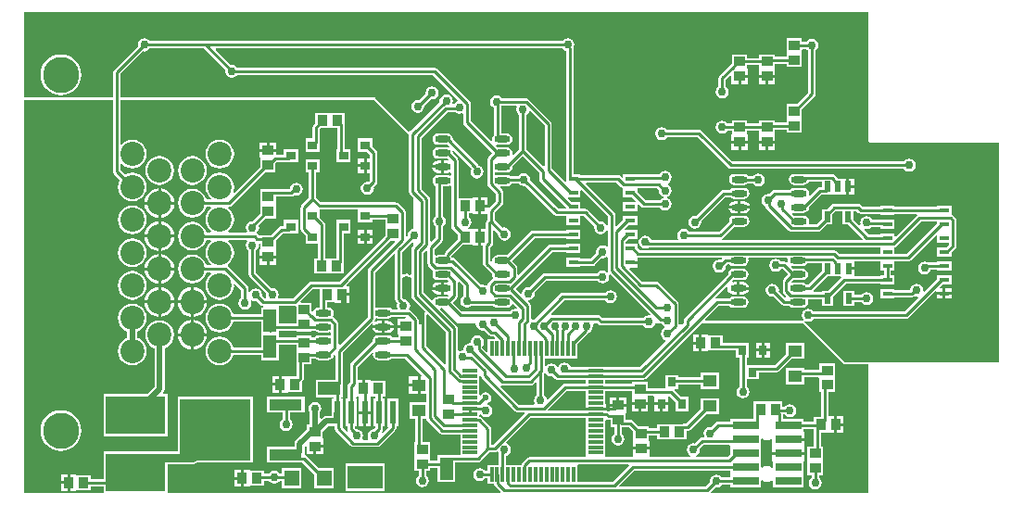
<source format=gtl>
G04*
G04 #@! TF.GenerationSoftware,Altium Limited,Altium Designer,19.0.10 (269)*
G04*
G04 Layer_Physical_Order=1*
G04 Layer_Color=255*
%FSLAX25Y25*%
%MOIN*%
G70*
G01*
G75*
%ADD15C,0.01000*%
%ADD16R,0.25197X0.21850*%
%ADD17R,0.11811X0.03937*%
%ADD18R,0.03937X0.03543*%
%ADD19R,0.03500X0.01654*%
%ADD20O,0.05709X0.02362*%
%ADD21R,0.03543X0.03937*%
%ADD22R,0.03543X0.03150*%
%ADD23R,0.03150X0.03543*%
%ADD24R,0.05118X0.04331*%
%ADD25R,0.09449X0.02992*%
%ADD26R,0.08071X0.04528*%
%ADD27R,0.04528X0.08071*%
%ADD28R,0.05315X0.01181*%
%ADD29R,0.01181X0.05315*%
%ADD30R,0.02362X0.08268*%
%ADD31R,0.12598X0.08268*%
%ADD32R,0.05315X0.05709*%
%ADD33R,0.21457X0.13780*%
%ADD34R,0.02362X0.03937*%
%ADD56C,0.03000*%
%ADD57C,0.02165*%
%ADD58C,0.02362*%
%ADD59C,0.02000*%
%ADD60C,0.03000*%
%ADD61C,0.12992*%
%ADD62C,0.08661*%
G36*
X179449Y160417D02*
X184843Y155023D01*
X185236Y155101D01*
X186133Y154922D01*
X186894Y154414D01*
X187116Y154081D01*
X258093D01*
X258600Y153981D01*
X259030Y153693D01*
X270863Y141861D01*
X271150Y141431D01*
X271251Y140924D01*
Y134895D01*
X278523Y127622D01*
X278984Y127869D01*
X278885Y128366D01*
X279039Y129139D01*
X279477Y129794D01*
X279524Y129826D01*
Y139596D01*
X278809Y140074D01*
X278301Y140835D01*
X278122Y141732D01*
X278301Y142630D01*
X278809Y143391D01*
X279570Y143899D01*
X280467Y144077D01*
X281365Y143899D01*
X282125Y143391D01*
X282318Y143102D01*
X291120D01*
X291627Y143001D01*
X292057Y142714D01*
X299997Y134774D01*
X300284Y134344D01*
X300385Y133837D01*
Y117644D01*
X305059Y112971D01*
X305520Y113162D01*
Y114206D01*
X305495Y114334D01*
Y159980D01*
X305205Y160038D01*
X304444Y160547D01*
X304221Y160879D01*
X179640D01*
X179449Y160417D01*
D02*
G37*
G36*
X155398Y160547D02*
X154637Y160038D01*
X153740Y159860D01*
X153347Y159938D01*
X145104Y151694D01*
Y143335D01*
X236417Y143335D01*
X236417Y143335D01*
X236729Y143273D01*
X236994Y143096D01*
X248938Y131152D01*
X249599Y131198D01*
X260134Y141734D01*
X260056Y142126D01*
X260235Y143023D01*
X260743Y143784D01*
X261504Y144292D01*
X262401Y144471D01*
X263299Y144292D01*
X264059Y143784D01*
X264568Y143023D01*
X264746Y142126D01*
X264623Y141506D01*
X264948Y141012D01*
X264991Y140987D01*
X265171Y140978D01*
X265467Y141422D01*
X266228Y141930D01*
X266389Y141962D01*
X266534Y142441D01*
X257544Y151430D01*
X187116D01*
X186894Y151098D01*
X186133Y150589D01*
X185236Y150411D01*
X184338Y150589D01*
X183578Y151098D01*
X183069Y151858D01*
X182891Y152756D01*
X182969Y153148D01*
X175238Y160879D01*
X155620D01*
X155398Y160547D01*
D02*
G37*
G36*
X110662Y143335D02*
X142453Y143335D01*
Y152243D01*
X142453Y152243D01*
X142554Y152751D01*
X142841Y153181D01*
X151473Y161812D01*
X151395Y162205D01*
X151573Y163102D01*
X152082Y163863D01*
X152842Y164371D01*
X153740Y164550D01*
X154637Y164371D01*
X155398Y163863D01*
X155620Y163530D01*
X175787D01*
X175787Y163530D01*
X175787Y163530D01*
X304221D01*
X304444Y163863D01*
X305205Y164371D01*
X306102Y164550D01*
X306999Y164371D01*
X307760Y163863D01*
X308268Y163102D01*
X308447Y162205D01*
X308268Y161307D01*
X308119Y161083D01*
X308146Y160945D01*
Y115634D01*
X310620D01*
Y115333D01*
X324128D01*
X324635Y115232D01*
X325065Y114945D01*
X325531Y114479D01*
X325993Y114670D01*
Y115634D01*
X331093D01*
Y115613D01*
X339074D01*
X339483Y116225D01*
X340244Y116734D01*
X341141Y116912D01*
X342039Y116734D01*
X342799Y116225D01*
X343308Y115464D01*
X343486Y114567D01*
X343308Y113670D01*
X342799Y112909D01*
X342162Y112483D01*
X342131Y112363D01*
Y112046D01*
X342162Y111927D01*
X342799Y111501D01*
X343308Y110740D01*
X343486Y109843D01*
X343308Y108945D01*
X342799Y108184D01*
X342039Y107676D01*
X341817Y107632D01*
Y107122D01*
X342039Y107078D01*
X342799Y106570D01*
X343308Y105809D01*
X343486Y104911D01*
X343308Y104014D01*
X342799Y103253D01*
X342039Y102745D01*
X341141Y102566D01*
X340244Y102745D01*
X339483Y103253D01*
X339261Y103586D01*
X333562D01*
X333055Y103687D01*
X332625Y103974D01*
X331555Y105044D01*
X331093Y104853D01*
Y102381D01*
X325993D01*
Y105634D01*
X330311D01*
X330503Y106096D01*
X329218Y107381D01*
X325993D01*
Y110608D01*
X325747Y110656D01*
X325317Y110944D01*
X323579Y112682D01*
X312847D01*
X312656Y112220D01*
X322830Y102046D01*
X323117Y101616D01*
X323218Y101109D01*
Y97134D01*
X323680Y96943D01*
X325993Y99255D01*
Y100635D01*
X331093D01*
Y97381D01*
X327867D01*
X326583Y96096D01*
X326774Y95635D01*
X331093D01*
Y92381D01*
X327867D01*
X326818Y91332D01*
Y90635D01*
X331093D01*
Y89255D01*
X331848Y88500D01*
X401756D01*
X402263Y88399D01*
X402693Y88112D01*
X403811Y86994D01*
X418512D01*
Y89343D01*
X335266D01*
X335221Y89352D01*
X334952Y89172D01*
X334055Y88994D01*
X333157Y89172D01*
X332397Y89680D01*
X331888Y90441D01*
X331710Y91339D01*
X331888Y92236D01*
X332397Y92997D01*
X333157Y93505D01*
X334055Y93684D01*
X334952Y93505D01*
X335713Y92997D01*
X336221Y92236D01*
X336269Y91994D01*
X345607D01*
X345874Y92494D01*
X345668Y92803D01*
X345489Y93701D01*
X345668Y94598D01*
X346176Y95359D01*
X346937Y95867D01*
X347834Y96046D01*
X348732Y95867D01*
X349492Y95359D01*
X349715Y95026D01*
X360494D01*
X364145Y98678D01*
X364121Y98799D01*
X364275Y99572D01*
X364713Y100227D01*
X365368Y100665D01*
X366141Y100819D01*
X369488D01*
X370261Y100665D01*
X370916Y100227D01*
X371354Y99572D01*
X371508Y98799D01*
X371354Y98026D01*
X370916Y97371D01*
X370261Y96933D01*
X369488Y96779D01*
X366141D01*
X366020Y96803D01*
X361980Y92764D01*
X361577Y92494D01*
X361571Y92457D01*
X361788Y91994D01*
X411974D01*
X412165Y92456D01*
X406996Y97625D01*
X404908D01*
Y102337D01*
X402439D01*
X401390Y101288D01*
Y97625D01*
X399302D01*
X397058Y95381D01*
X396628Y95094D01*
X396121Y94993D01*
X386570D01*
X386063Y95094D01*
X385633Y95381D01*
X377595Y103419D01*
X377307Y103849D01*
X377251Y104133D01*
X376491Y104641D01*
X375983Y105402D01*
X375804Y106299D01*
X375983Y107197D01*
X376491Y107957D01*
X377252Y108466D01*
X378149Y108644D01*
X378542Y108566D01*
X379712Y109737D01*
X380142Y110024D01*
X380649Y110125D01*
X386101D01*
X386170Y110228D01*
X386825Y110665D01*
X387598Y110819D01*
X390944D01*
X391717Y110665D01*
X392373Y110228D01*
X392811Y109572D01*
X392964Y108799D01*
X392865Y108302D01*
X393326Y108055D01*
X395960Y110689D01*
X396390Y110977D01*
X396897Y111077D01*
X397428D01*
Y113163D01*
X392838D01*
X392811Y113026D01*
X392373Y112371D01*
X391717Y111933D01*
X390944Y111779D01*
X387598D01*
X386825Y111933D01*
X386170Y112371D01*
X385732Y113026D01*
X385578Y113799D01*
X385732Y114572D01*
X386170Y115227D01*
X386825Y115665D01*
X387598Y115819D01*
X390944D01*
X391491Y115710D01*
X391496Y115714D01*
X392003Y115814D01*
X401129D01*
X401636Y115714D01*
X402066Y115426D01*
X402827Y114665D01*
X403115Y114235D01*
X403163Y113989D01*
X404708D01*
Y114189D01*
X406389D01*
Y111221D01*
Y108252D01*
X404708D01*
Y108452D01*
X398856D01*
X398728Y108426D01*
X397446D01*
X392940Y103920D01*
X392964Y103799D01*
X392811Y103026D01*
X392373Y102371D01*
X391717Y101933D01*
X390944Y101779D01*
X387598D01*
X387101Y101878D01*
X386854Y101417D01*
X387477Y100795D01*
X387598Y100819D01*
X390944D01*
X391717Y100665D01*
X392373Y100227D01*
X392811Y99572D01*
X392964Y98799D01*
X392834Y98144D01*
X393110Y97644D01*
X395572D01*
X397428Y99500D01*
Y103162D01*
X399516D01*
X400953Y104599D01*
X401383Y104887D01*
X401890Y104988D01*
X410581D01*
X411089Y104887D01*
X411518Y104599D01*
X411997Y104121D01*
X418512D01*
Y104422D01*
X423612D01*
Y104121D01*
X438985D01*
Y104422D01*
X444085D01*
Y101196D01*
X444331Y101147D01*
X444761Y100859D01*
X445522Y100098D01*
X445810Y99668D01*
X445911Y99160D01*
Y89922D01*
X445810Y89415D01*
X445522Y88985D01*
X444085Y87548D01*
Y86168D01*
X438985D01*
Y89422D01*
X442210D01*
X443259Y90471D01*
Y91168D01*
X438985D01*
Y93641D01*
X438523Y93832D01*
X429422Y84731D01*
X428992Y84444D01*
X428485Y84343D01*
X423612D01*
Y81169D01*
X422388D01*
Y79422D01*
X423612D01*
Y76169D01*
X418512D01*
Y76470D01*
X406198D01*
X401587Y71859D01*
Y68196D01*
X397625D01*
Y70859D01*
X392671D01*
X392433Y70359D01*
X392571Y69665D01*
X392417Y68892D01*
X391979Y68237D01*
X391324Y67799D01*
X390551Y67645D01*
X387204D01*
X386431Y67799D01*
X385776Y68237D01*
X385646Y68432D01*
X383982D01*
X383475Y68533D01*
X383045Y68821D01*
X380116Y71749D01*
X379724Y71671D01*
X378826Y71849D01*
X378066Y72357D01*
X377557Y73118D01*
X377379Y74016D01*
X377557Y74913D01*
X378066Y75674D01*
X378826Y76182D01*
X379724Y76361D01*
X380621Y76182D01*
X381382Y75674D01*
X381891Y74913D01*
X382069Y74016D01*
X381991Y73623D01*
X384265Y71349D01*
X384403Y71377D01*
X384567Y71919D01*
X383786Y72700D01*
X383499Y73130D01*
X383398Y73638D01*
Y77184D01*
X383398Y77184D01*
X383499Y77692D01*
X383786Y78122D01*
X385209Y79544D01*
X385184Y79665D01*
X385209Y79787D01*
X383424Y81571D01*
X382786D01*
X382563Y81238D01*
X381803Y80730D01*
X380905Y80551D01*
X380008Y80730D01*
X379247Y81238D01*
X378738Y81999D01*
X378560Y82896D01*
X378738Y83794D01*
X379247Y84554D01*
X380008Y85063D01*
X380905Y85241D01*
X381803Y85063D01*
X382563Y84554D01*
X382786Y84222D01*
X383973D01*
X384481Y84121D01*
X384829Y83888D01*
X385091Y83995D01*
X385283Y84168D01*
X385184Y84665D01*
X385320Y85349D01*
X385057Y85849D01*
X371241D01*
X370978Y85349D01*
X371114Y84665D01*
X370960Y83892D01*
X370522Y83237D01*
X369867Y82799D01*
X369094Y82645D01*
X365748D01*
X364975Y82799D01*
X364319Y83237D01*
X364289Y83282D01*
X363456D01*
X362925Y82752D01*
X362940Y82677D01*
X362761Y81780D01*
X362253Y81019D01*
X361492Y80511D01*
X360595Y80332D01*
X359697Y80511D01*
X358937Y81019D01*
X358428Y81780D01*
X358250Y82677D01*
X358428Y83575D01*
X358937Y84335D01*
X359697Y84844D01*
X360595Y85022D01*
X361305Y84881D01*
X361774Y85349D01*
X361567Y85849D01*
X331787D01*
X331299Y85835D01*
X331293Y85377D01*
Y84508D01*
X328543D01*
Y83508D01*
X331293D01*
Y82181D01*
X328482D01*
X328291Y81719D01*
X332856Y77154D01*
X337914D01*
X338422Y77053D01*
X338852Y76766D01*
X345666Y69951D01*
X345953Y69521D01*
X346054Y69014D01*
Y61632D01*
X347378D01*
X347813Y62067D01*
Y63056D01*
X347914Y63564D01*
X348201Y63994D01*
X363752Y79544D01*
X363728Y79665D01*
X363881Y80438D01*
X364319Y81094D01*
X364975Y81532D01*
X365748Y81685D01*
X369094D01*
X369867Y81532D01*
X370522Y81094D01*
X370960Y80438D01*
X371114Y79665D01*
X370960Y78892D01*
X370522Y78237D01*
X369867Y77799D01*
X369094Y77645D01*
X365748D01*
X365626Y77670D01*
X365258Y77302D01*
X365505Y76841D01*
X365748Y76889D01*
X366921D01*
Y74665D01*
Y72442D01*
X365748D01*
X364897Y72611D01*
X364175Y73093D01*
X363693Y73814D01*
X363524Y74665D01*
X363572Y74908D01*
X363111Y75155D01*
X359364Y71408D01*
X359611Y70947D01*
X359832Y70991D01*
X364251D01*
X364319Y71094D01*
X364975Y71531D01*
X365748Y71685D01*
X369094D01*
X369867Y71531D01*
X370522Y71094D01*
X370960Y70438D01*
X371114Y69665D01*
X370960Y68892D01*
X370522Y68237D01*
X369867Y67799D01*
X369094Y67645D01*
X365748D01*
X364975Y67799D01*
X364319Y68237D01*
X364251Y68340D01*
X360381D01*
X355491Y63450D01*
X355682Y62988D01*
X390485Y62988D01*
X390747Y62936D01*
X390897Y63112D01*
X391025Y63352D01*
X390549Y64063D01*
X390371Y64961D01*
X390549Y65858D01*
X391058Y66619D01*
X391819Y67127D01*
X392716Y67306D01*
X393614Y67127D01*
X394374Y66619D01*
X394597Y66286D01*
X427228D01*
X432205Y71263D01*
X431958Y71724D01*
X431693Y71671D01*
X430841Y71840D01*
X430438Y71571D01*
X429931Y71470D01*
X429931Y71470D01*
X423612D01*
Y71169D01*
X418512D01*
Y74422D01*
X423612D01*
Y74121D01*
X429368D01*
X429526Y74913D01*
X430034Y75674D01*
X430795Y76182D01*
X431693Y76361D01*
X432590Y76182D01*
X433351Y75674D01*
X433859Y74913D01*
X434037Y74016D01*
X433985Y73750D01*
X434445Y73503D01*
X438985Y78043D01*
Y79422D01*
X444085D01*
Y76169D01*
X440860D01*
X439775Y75084D01*
X439966Y74622D01*
X441035D01*
Y73295D01*
X438785D01*
Y73441D01*
X438323Y73632D01*
X428714Y64023D01*
X428284Y63736D01*
X427777Y63635D01*
X394597D01*
X394374Y63302D01*
X393614Y62794D01*
X392716Y62616D01*
X391819Y62794D01*
X391532Y62985D01*
X391213Y62597D01*
X405751Y48060D01*
X414341D01*
X414653Y47998D01*
X414749Y47934D01*
X414845Y47998D01*
X415157Y48060D01*
X461028D01*
X461382Y48413D01*
X461381Y126940D01*
X415157D01*
X414845Y127002D01*
X414580Y127179D01*
X414403Y127444D01*
X414341Y127756D01*
Y173980D01*
X110662D01*
Y143335D01*
D02*
G37*
G36*
X264146Y138001D02*
X262909D01*
X253589Y128681D01*
Y110486D01*
X256324Y107750D01*
X256611Y107320D01*
X256712Y106813D01*
Y91673D01*
X257174Y91481D01*
X258702Y93009D01*
Y96927D01*
X258369Y97149D01*
X257861Y97910D01*
X257683Y98808D01*
X257861Y99705D01*
X258369Y100466D01*
X258702Y100688D01*
Y111495D01*
X258675Y111500D01*
X258020Y111938D01*
X257582Y112593D01*
X257429Y113366D01*
X257582Y114139D01*
X258020Y114794D01*
X258675Y115232D01*
X259448Y115386D01*
X262795D01*
X263568Y115232D01*
X263722Y115129D01*
X264163Y115365D01*
Y116127D01*
X263722Y116362D01*
X263646Y116312D01*
X262795Y116142D01*
X261622D01*
Y118366D01*
Y120590D01*
X262795D01*
X263038Y120542D01*
X263284Y121002D01*
X262916Y121370D01*
X262795Y121346D01*
X259448D01*
X258675Y121500D01*
X258020Y121938D01*
X257582Y122593D01*
X257429Y123366D01*
X257582Y124139D01*
X258020Y124794D01*
X258675Y125232D01*
X259448Y125386D01*
X262795D01*
X263292Y125287D01*
X263539Y125748D01*
X262916Y126370D01*
X262795Y126346D01*
X259448D01*
X258675Y126500D01*
X258020Y126938D01*
X257582Y127593D01*
X257429Y128366D01*
X257582Y129139D01*
X258020Y129794D01*
X258675Y130232D01*
X259448Y130386D01*
X262795D01*
X263568Y130232D01*
X264223Y129794D01*
X264661Y129139D01*
X264815Y128366D01*
X264791Y128245D01*
X273979Y119056D01*
X274200Y118726D01*
X274322Y118702D01*
X275083Y118194D01*
X275591Y117433D01*
X275770Y116535D01*
X275591Y115638D01*
X275083Y114877D01*
X274322Y114369D01*
X273425Y114190D01*
X272527Y114369D01*
X271766Y114877D01*
X271258Y115638D01*
X271080Y116535D01*
X271258Y117433D01*
X271497Y117790D01*
X265177Y124110D01*
X264716Y123864D01*
X264815Y123366D01*
X264791Y123245D01*
X266425Y121610D01*
X266713Y121180D01*
X266814Y120673D01*
Y107099D01*
X271736D01*
Y107299D01*
X274007D01*
Y104331D01*
Y101362D01*
X271736D01*
Y101562D01*
X270530D01*
Y100305D01*
X270862Y100083D01*
X271371Y99322D01*
X271549Y98425D01*
X271371Y97528D01*
X270862Y96767D01*
X270282Y96379D01*
X270433Y95879D01*
X271736D01*
Y96079D01*
X274007D01*
Y93110D01*
Y90142D01*
X271736D01*
Y90342D01*
X268495D01*
X264381Y86227D01*
Y85813D01*
X264466Y85686D01*
X264655D01*
X265162Y85585D01*
X265592Y85298D01*
X275001Y75889D01*
X275393Y75967D01*
X276291Y75789D01*
X276599Y75583D01*
X276736Y75601D01*
X277134Y75827D01*
X277199Y76156D01*
X277487Y76586D01*
X278959Y78058D01*
X279085Y78143D01*
X279183Y78633D01*
X279039Y78848D01*
X278885Y79621D01*
X278909Y79742D01*
X276072Y82580D01*
X275785Y83010D01*
X275684Y83517D01*
Y90034D01*
X275595Y90142D01*
X275007D01*
Y93110D01*
Y96079D01*
X276671D01*
Y98292D01*
X276772Y98799D01*
X277059Y99229D01*
X277098Y99269D01*
Y101362D01*
X275007D01*
Y103831D01*
X277279D01*
Y103750D01*
X277779Y103543D01*
X280314Y106078D01*
Y108574D01*
X277487Y111401D01*
X277199Y111831D01*
X277098Y112338D01*
Y120885D01*
X277098Y120885D01*
X277199Y121392D01*
X277487Y121822D01*
X278909Y123245D01*
X278885Y123366D01*
X278909Y123487D01*
X268988Y133408D01*
X268701Y133838D01*
X268600Y134346D01*
Y137452D01*
X268159Y137688D01*
X268023Y137597D01*
X267126Y137419D01*
X266228Y137597D01*
X265542Y138056D01*
X264424D01*
X264146Y138001D01*
D02*
G37*
G36*
X110662Y1020D02*
X139062D01*
Y3399D01*
X134461D01*
Y1956D01*
X129346D01*
Y1756D01*
X127074D01*
Y4724D01*
Y7693D01*
X129346D01*
Y7493D01*
X134461D01*
Y6050D01*
X139062D01*
Y16056D01*
X155753D01*
X155980Y16101D01*
X165932D01*
Y35544D01*
X192729D01*
Y12094D01*
X172888D01*
X172133Y11589D01*
X171236Y11411D01*
X162118D01*
Y1020D01*
X281720D01*
X281911Y1481D01*
X279849Y3544D01*
X279562Y3974D01*
X279513Y4220D01*
X277349D01*
Y6352D01*
X276300D01*
X276077Y6019D01*
X275317Y5511D01*
X274419Y5332D01*
X273522Y5511D01*
X272761Y6019D01*
X272253Y6780D01*
X272074Y7677D01*
X272253Y8575D01*
X272761Y9335D01*
X273522Y9844D01*
X274419Y10022D01*
X275317Y9844D01*
X276077Y9335D01*
X276300Y9003D01*
X277349D01*
Y11135D01*
X281351D01*
Y15313D01*
X281364Y15379D01*
X281191Y15638D01*
X281161Y15791D01*
X280623Y15932D01*
X280331Y15736D01*
X279823Y15635D01*
X277911D01*
X274716Y12441D01*
X274286Y12153D01*
X273779Y12053D01*
X265465D01*
Y5007D01*
X259337D01*
Y10084D01*
X256508D01*
Y8944D01*
X255065D01*
Y7392D01*
X255398Y7170D01*
X255906Y6409D01*
X256085Y5512D01*
X255906Y4614D01*
X255398Y3854D01*
X254637Y3345D01*
X253740Y3167D01*
X252842Y3345D01*
X252081Y3854D01*
X251573Y4614D01*
X251395Y5512D01*
X251573Y6409D01*
X252081Y7170D01*
X252414Y7392D01*
Y8944D01*
X250971D01*
Y14087D01*
X250971D01*
Y14259D01*
X250971D01*
Y19402D01*
X251324D01*
Y27743D01*
X249200D01*
Y33674D01*
X255092D01*
Y36598D01*
X253059D01*
Y39764D01*
Y42929D01*
X253428D01*
X253620Y43391D01*
X247568Y49442D01*
X242835D01*
X242766Y49339D01*
X242111Y48902D01*
X241338Y48748D01*
X237992D01*
X237219Y48902D01*
X236563Y49339D01*
X236125Y49995D01*
X235972Y50768D01*
X236071Y51265D01*
X235610Y51512D01*
X230552Y46453D01*
Y41551D01*
X232078D01*
Y38583D01*
X233078D01*
Y41551D01*
X235350D01*
Y41351D01*
X240465D01*
Y35814D01*
X239494D01*
Y34954D01*
X240150D01*
Y25086D01*
X239494D01*
Y23947D01*
X239393Y23439D01*
X239106Y23009D01*
X238918Y22821D01*
X238927Y22785D01*
X239481Y22632D01*
X241435Y24586D01*
X241227Y25086D01*
X241188D01*
Y34954D01*
X245150D01*
Y25086D01*
X244434D01*
Y24386D01*
X244334Y23879D01*
X244046Y23449D01*
X238514Y17916D01*
X238084Y17629D01*
X237577Y17528D01*
X228958D01*
X228451Y17629D01*
X228021Y17916D01*
X222488Y23449D01*
X222201Y23879D01*
X222100Y24386D01*
Y25051D01*
X219870D01*
X217926Y23106D01*
Y20587D01*
X218126D01*
Y18315D01*
X215157D01*
Y17815D01*
X214657D01*
Y15043D01*
X212189D01*
Y17614D01*
X211688Y17858D01*
X211465Y17683D01*
Y15772D01*
X211430Y15594D01*
Y14609D01*
X211680Y14559D01*
X212110Y14272D01*
X216428Y9954D01*
X221863D01*
Y2645D01*
X214948D01*
Y7685D01*
X210624Y12009D01*
X208358D01*
X208230Y12035D01*
X198019D01*
Y17572D01*
X207794D01*
Y18573D01*
X207934Y19275D01*
X208332Y19871D01*
X212388Y23928D01*
Y25702D01*
X213322D01*
Y30103D01*
X212990Y30599D01*
X212812Y31496D01*
X212990Y32394D01*
X213499Y33154D01*
X214260Y33663D01*
X215157Y33841D01*
X216054Y33663D01*
X216815Y33154D01*
X217324Y32394D01*
X217502Y31496D01*
X217324Y30599D01*
X216992Y30103D01*
Y28017D01*
X217454Y27826D01*
X217812Y28184D01*
X218408Y28581D01*
X219110Y28721D01*
X221152D01*
Y29839D01*
X221188Y30016D01*
Y34954D01*
X221843D01*
Y35519D01*
X215440D01*
Y41647D01*
X222485D01*
Y50388D01*
X221985Y50649D01*
X221860Y50561D01*
X221748Y49995D01*
X221310Y49339D01*
X220654Y48902D01*
X219881Y48748D01*
X216535D01*
X215762Y48902D01*
X215107Y49339D01*
X215038Y49442D01*
X213988D01*
Y47232D01*
X211077D01*
Y42134D01*
X210976Y41627D01*
X210689Y41197D01*
X210544Y41052D01*
Y37389D01*
X205429D01*
Y37189D01*
X203157D01*
Y40157D01*
Y43126D01*
X205429D01*
Y42926D01*
X208426D01*
Y48531D01*
X208452Y48660D01*
Y52375D01*
X208452D01*
Y52547D01*
X208452D01*
Y54442D01*
X202079D01*
Y48708D01*
X195951D01*
Y50741D01*
X185906D01*
X185904Y50728D01*
X185387Y49479D01*
X184564Y48408D01*
X183493Y47585D01*
X182244Y47068D01*
X180905Y46892D01*
X179566Y47068D01*
X178318Y47585D01*
X177246Y48408D01*
X176423Y49479D01*
X175906Y50728D01*
X175730Y52067D01*
X175906Y53406D01*
X176423Y54654D01*
X177246Y55726D01*
X178318Y56549D01*
X179566Y57066D01*
X180905Y57242D01*
X182244Y57066D01*
X183493Y56549D01*
X184564Y55726D01*
X185387Y54654D01*
X185904Y53406D01*
X185906Y53392D01*
X195951D01*
Y58157D01*
Y62552D01*
X185906D01*
X185904Y62539D01*
X185387Y61291D01*
X184564Y60219D01*
X183493Y59396D01*
X182244Y58879D01*
X180905Y58703D01*
X179566Y58879D01*
X178318Y59396D01*
X177246Y60219D01*
X176423Y61291D01*
X175906Y62539D01*
X175730Y63878D01*
X175906Y65217D01*
X176423Y66465D01*
X177246Y67537D01*
X178318Y68360D01*
X179566Y68877D01*
X180905Y69053D01*
X182244Y68877D01*
X183493Y68360D01*
X184564Y67537D01*
X185387Y66465D01*
X185904Y65217D01*
X185906Y65203D01*
X195951D01*
Y67828D01*
X196449D01*
X196499Y68328D01*
X196052Y68416D01*
X195622Y68704D01*
X194255Y70071D01*
X193863Y69993D01*
X192965Y70171D01*
X192545Y70452D01*
X192293Y70293D01*
X192140Y70121D01*
X192305Y69291D01*
X192127Y68394D01*
X191618Y67633D01*
X190858Y67125D01*
X189960Y66946D01*
X189063Y67125D01*
X188302Y67633D01*
X187794Y68394D01*
X187615Y69291D01*
X187794Y70189D01*
X188302Y70950D01*
X188635Y71172D01*
Y74048D01*
X186492Y76191D01*
X186043Y75970D01*
X186080Y75689D01*
X185904Y74350D01*
X185387Y73102D01*
X184564Y72030D01*
X183493Y71207D01*
X182244Y70690D01*
X180905Y70514D01*
X179566Y70690D01*
X178318Y71207D01*
X177246Y72030D01*
X176423Y73102D01*
X175906Y74350D01*
X175730Y75689D01*
X175906Y77028D01*
X176423Y78276D01*
X177246Y79348D01*
X177794Y79769D01*
X177624Y80269D01*
X176063D01*
X176061Y80255D01*
X175544Y79007D01*
X174722Y77935D01*
X173650Y77113D01*
X172402Y76596D01*
X171063Y76420D01*
X169723Y76596D01*
X168475Y77113D01*
X167403Y77935D01*
X166581Y79007D01*
X166064Y80255D01*
X165888Y81595D01*
X166064Y82934D01*
X166581Y84182D01*
X167403Y85254D01*
X168475Y86076D01*
X169723Y86593D01*
X171063Y86769D01*
X172402Y86593D01*
X173650Y86076D01*
X174722Y85254D01*
X175544Y84182D01*
X176061Y82934D01*
X176063Y82920D01*
X177624D01*
X177794Y83420D01*
X177246Y83841D01*
X176423Y84913D01*
X175906Y86161D01*
X175730Y87500D01*
X175906Y88839D01*
X176423Y90087D01*
X177246Y91159D01*
X177794Y91580D01*
X177624Y92080D01*
X176063D01*
X176061Y92066D01*
X175544Y90818D01*
X174722Y89746D01*
X173650Y88924D01*
X172402Y88407D01*
X171063Y88231D01*
X169723Y88407D01*
X168475Y88924D01*
X167403Y89746D01*
X166581Y90818D01*
X166064Y92066D01*
X165888Y93405D01*
X166064Y94745D01*
X166581Y95993D01*
X167403Y97065D01*
X168475Y97887D01*
X169723Y98404D01*
X171063Y98580D01*
X172402Y98404D01*
X173650Y97887D01*
X174722Y97065D01*
X175544Y95993D01*
X176061Y94745D01*
X176063Y94731D01*
X177624D01*
X177794Y95231D01*
X177246Y95652D01*
X176423Y96724D01*
X175906Y97972D01*
X175730Y99311D01*
X175906Y100650D01*
X176423Y101899D01*
X177246Y102970D01*
X177794Y103391D01*
X177624Y103891D01*
X176063D01*
X176061Y103877D01*
X175544Y102629D01*
X174722Y101557D01*
X173650Y100735D01*
X172402Y100218D01*
X171063Y100041D01*
X169723Y100218D01*
X168475Y100735D01*
X167403Y101557D01*
X166581Y102629D01*
X166064Y103877D01*
X165888Y105217D01*
X166064Y106556D01*
X166581Y107804D01*
X167403Y108876D01*
X168475Y109698D01*
X169723Y110215D01*
X171063Y110391D01*
X172402Y110215D01*
X173650Y109698D01*
X174722Y108876D01*
X175544Y107804D01*
X176061Y106556D01*
X176063Y106542D01*
X177624D01*
X177794Y107042D01*
X177246Y107463D01*
X176423Y108535D01*
X175906Y109783D01*
X175730Y111122D01*
X175906Y112461D01*
X176423Y113709D01*
X177246Y114781D01*
X178318Y115604D01*
X179566Y116121D01*
X180905Y116297D01*
X182244Y116121D01*
X183493Y115604D01*
X184564Y114781D01*
X185387Y113709D01*
X185904Y112461D01*
X186080Y111122D01*
X185904Y109783D01*
X185669Y109215D01*
X186093Y108932D01*
X195459Y118299D01*
Y121539D01*
X195259D01*
Y123811D01*
X201196D01*
Y122692D01*
X203924D01*
Y124816D01*
X209067D01*
Y120066D01*
X205549D01*
X205421Y120041D01*
X201344D01*
X200996Y119693D01*
Y116424D01*
X197334D01*
X185189Y104279D01*
X184759Y103992D01*
X184251Y103891D01*
X184186D01*
X184016Y103391D01*
X184564Y102970D01*
X185387Y101899D01*
X185904Y100650D01*
X186080Y99311D01*
X185904Y97972D01*
X185387Y96724D01*
X184564Y95652D01*
X184016Y95231D01*
X184186Y94731D01*
X190502D01*
X190769Y95231D01*
X190550Y95559D01*
X190371Y96457D01*
X190550Y97354D01*
X191058Y98115D01*
X191819Y98623D01*
X192689Y98796D01*
X195558Y101665D01*
Y104605D01*
X195558Y104934D01*
X195558Y105434D01*
Y110249D01*
X199470D01*
X199598Y110274D01*
X206086D01*
X206137Y110324D01*
X206298Y111134D01*
X206806Y111894D01*
X207567Y112403D01*
X208464Y112581D01*
X209362Y112403D01*
X210122Y111894D01*
X210631Y111134D01*
X210809Y110236D01*
X210631Y109339D01*
X210122Y108578D01*
X209362Y108070D01*
X208464Y107891D01*
X207620Y108059D01*
X207573Y108012D01*
X207143Y107724D01*
X206635Y107623D01*
X201095D01*
Y105434D01*
X201095Y105105D01*
X201095Y104605D01*
Y99791D01*
X197432D01*
X194901Y97260D01*
X195061Y96457D01*
X194883Y95559D01*
X194374Y94798D01*
X194456Y94252D01*
X194871Y93837D01*
X197055D01*
X197183Y93812D01*
X199220D01*
X202121Y96713D01*
X202551Y97000D01*
X203059Y97101D01*
X203924D01*
Y99225D01*
X209067D01*
Y94476D01*
X205549D01*
X205421Y94450D01*
X203608D01*
X201095Y91937D01*
Y88697D01*
X201295D01*
Y86425D01*
X198326D01*
X195358D01*
Y88697D01*
X195558D01*
Y90642D01*
X195468Y90673D01*
X195034Y90294D01*
X195061Y90158D01*
X194883Y89260D01*
X194374Y88499D01*
X194042Y88277D01*
Y80077D01*
X199410Y74708D01*
X199803Y74786D01*
X200700Y74607D01*
X201461Y74099D01*
X201969Y73338D01*
X202148Y72441D01*
X201969Y71544D01*
X201878Y71407D01*
X202114Y70966D01*
X207204D01*
X212885Y76647D01*
X213315Y76934D01*
X213822Y77035D01*
X223926D01*
X240485Y93594D01*
Y96863D01*
X240485D01*
Y97035D01*
X240485D01*
Y99265D01*
X235839D01*
Y98216D01*
X230696D01*
Y102965D01*
X230197Y102969D01*
X217440D01*
X216941Y102965D01*
X216941Y102536D01*
Y100090D01*
X218378Y98653D01*
X218666Y98223D01*
X218767Y97716D01*
Y85799D01*
X219120Y85446D01*
X220189Y85446D01*
X220689Y85446D01*
X222796D01*
Y95776D01*
X222822Y95904D01*
Y99225D01*
X227965D01*
Y94476D01*
X225447D01*
Y85446D01*
X225504D01*
Y79909D01*
X220689D01*
X220361Y79909D01*
X219861Y79909D01*
X215046D01*
Y85446D01*
X216116D01*
Y90736D01*
X211798D01*
Y93611D01*
X210361Y95048D01*
X210073Y95478D01*
X209973Y95985D01*
Y103601D01*
X210073Y104108D01*
X210361Y104538D01*
X213044Y107221D01*
Y116326D01*
X211798D01*
Y121076D01*
X216941D01*
Y116326D01*
X215695D01*
Y107221D01*
X217297Y105620D01*
X244144D01*
X244651Y105519D01*
X245081Y105232D01*
X247459Y102854D01*
X247747Y102424D01*
X247848Y101916D01*
Y93672D01*
X248347Y93443D01*
X248489Y93564D01*
X248442Y93799D01*
X248620Y94697D01*
X249129Y95457D01*
X249889Y95966D01*
X250570Y96101D01*
Y107210D01*
X249358Y108423D01*
X249070Y108853D01*
X248969Y109360D01*
Y129967D01*
X236417Y142520D01*
X145104Y142520D01*
Y126528D01*
X145577Y126367D01*
X145750Y126592D01*
X146821Y127415D01*
X148070Y127932D01*
X149409Y128108D01*
X150748Y127932D01*
X151997Y127415D01*
X153068Y126592D01*
X153891Y125521D01*
X154408Y124273D01*
X154584Y122933D01*
X154408Y121594D01*
X153891Y120346D01*
X153068Y119274D01*
X151997Y118451D01*
X150748Y117934D01*
X149409Y117758D01*
X148070Y117934D01*
X146821Y118451D01*
X145750Y119274D01*
X145577Y119499D01*
X145104Y119338D01*
Y117302D01*
X146810Y115595D01*
X146821Y115604D01*
X148070Y116121D01*
X149409Y116297D01*
X150748Y116121D01*
X151997Y115604D01*
X153068Y114781D01*
X153891Y113709D01*
X154408Y112461D01*
X154584Y111122D01*
X154408Y109783D01*
X153891Y108535D01*
X153068Y107463D01*
X151997Y106640D01*
X150748Y106123D01*
X149409Y105947D01*
X148070Y106123D01*
X146821Y106640D01*
X145750Y107463D01*
X144927Y108535D01*
X144410Y109783D01*
X144234Y111122D01*
X144410Y112461D01*
X144927Y113709D01*
X144936Y113721D01*
X142841Y115815D01*
X142554Y116245D01*
X142453Y116753D01*
Y142520D01*
X110662Y142520D01*
Y1020D01*
D02*
G37*
G36*
X282175Y140149D02*
Y130386D01*
X284251D01*
X285024Y130232D01*
X285680Y129794D01*
X286118Y129139D01*
X286271Y128366D01*
X286118Y127593D01*
X285680Y126938D01*
X285024Y126500D01*
X284251Y126346D01*
X280905D01*
X280408Y126445D01*
X280161Y125984D01*
X280784Y125362D01*
X280905Y125386D01*
X284251D01*
X285024Y125232D01*
X285680Y124794D01*
X286118Y124139D01*
X286271Y123366D01*
X286173Y122869D01*
X286633Y122622D01*
X288635Y124624D01*
Y137096D01*
X288302Y137318D01*
X287794Y138079D01*
X287615Y138976D01*
X287794Y139874D01*
X287885Y140010D01*
X287649Y140451D01*
X282377D01*
X282175Y140149D01*
D02*
G37*
G36*
X292159Y138240D02*
X292127Y138079D01*
X291618Y137318D01*
X291286Y137096D01*
Y124624D01*
X297272Y118637D01*
X297734Y118829D01*
Y133288D01*
X292637Y138385D01*
X292159Y138240D01*
D02*
G37*
G36*
X286247Y118487D02*
X286271Y118366D01*
X286118Y117593D01*
X285680Y116938D01*
X285024Y116500D01*
X284251Y116346D01*
X280905D01*
X280249Y116477D01*
X279749Y116200D01*
Y115532D01*
X280249Y115256D01*
X280905Y115386D01*
X284251D01*
X285024Y115232D01*
X285524Y114898D01*
X288335D01*
X288696Y115438D01*
X289457Y115946D01*
X290354Y116125D01*
X291251Y115946D01*
X292012Y115438D01*
X292520Y114677D01*
X292699Y113779D01*
X292621Y113387D01*
X302801Y103206D01*
X305520D01*
Y103760D01*
X296322Y112958D01*
X296035Y113388D01*
X295934Y113895D01*
Y116226D01*
X289960Y122200D01*
X286247Y118487D01*
D02*
G37*
G36*
X285680Y111938D02*
X285024Y111500D01*
X284251Y111346D01*
X281944D01*
X281753Y110884D01*
X282577Y110060D01*
X282864Y109630D01*
X282965Y109123D01*
Y105529D01*
X282864Y105022D01*
X282577Y104592D01*
X279749Y101765D01*
Y99269D01*
X282627Y96391D01*
X283366Y96538D01*
X284263Y96359D01*
X285024Y95851D01*
X285532Y95090D01*
X285711Y94193D01*
X285532Y93296D01*
X285024Y92535D01*
X284263Y92026D01*
X283366Y91848D01*
X282468Y92026D01*
X281708Y92535D01*
X281199Y93296D01*
X281021Y94193D01*
X281030Y94239D01*
X279784Y95485D01*
X279322Y95294D01*
Y91021D01*
X279221Y90513D01*
X278934Y90083D01*
X278335Y89485D01*
Y84344D01*
X278444Y84275D01*
X278892Y84585D01*
X278885Y84621D01*
X279039Y85394D01*
X279477Y86049D01*
X280132Y86487D01*
X280905Y86641D01*
X284251D01*
X284373Y86617D01*
X292701Y94945D01*
X293131Y95232D01*
X293638Y95333D01*
X305520D01*
Y95635D01*
X310620D01*
Y92381D01*
X305520D01*
Y92682D01*
X294187D01*
X286247Y84742D01*
X286271Y84621D01*
X286247Y84500D01*
X287670Y83077D01*
X287957Y82647D01*
X288058Y82140D01*
Y79641D01*
X288520Y79449D01*
X299016Y89945D01*
X299446Y90232D01*
X299953Y90333D01*
X305520D01*
Y90635D01*
X310620D01*
Y87381D01*
X305520D01*
Y87682D01*
X300502D01*
X287311Y74491D01*
X289149Y72652D01*
X289599Y72910D01*
X289763Y73732D01*
X290271Y74493D01*
X291032Y75001D01*
X291929Y75180D01*
X292322Y75102D01*
X296898Y79677D01*
X297327Y79965D01*
X297835Y80066D01*
X316820D01*
X317042Y80398D01*
X317803Y80907D01*
X318700Y81085D01*
X319598Y80907D01*
X320211Y80497D01*
X320634Y80816D01*
X320567Y81151D01*
Y85675D01*
X320067Y85942D01*
X319598Y85628D01*
X318701Y85450D01*
X318308Y85528D01*
X315851Y83070D01*
X315421Y82783D01*
X314913Y82682D01*
X310620D01*
Y82381D01*
X305520D01*
Y85634D01*
X310620D01*
Y85333D01*
X314364D01*
X316434Y87403D01*
X316356Y87795D01*
X316534Y88692D01*
X317042Y89453D01*
X317803Y89962D01*
X318701Y90140D01*
X319598Y89962D01*
X320067Y89648D01*
X320567Y89915D01*
Y95446D01*
X320105Y95549D01*
X320067Y95541D01*
X319571Y94798D01*
X318810Y94290D01*
X317913Y94112D01*
X317016Y94290D01*
X316255Y94798D01*
X315746Y95559D01*
X315568Y96457D01*
X315646Y96849D01*
X311940Y100555D01*
X310620D01*
Y97381D01*
X305520D01*
Y100555D01*
X302253D01*
X301745Y100656D01*
X301315Y100944D01*
X290746Y111512D01*
X290354Y111434D01*
X289457Y111613D01*
X288696Y112121D01*
X288612Y112247D01*
X285887D01*
X285680Y111938D01*
D02*
G37*
G36*
X331093Y109255D02*
X334111Y106237D01*
X339261D01*
X339483Y106570D01*
X340244Y107078D01*
X340466Y107122D01*
Y107632D01*
X340244Y107676D01*
X339483Y108184D01*
X338975Y108945D01*
X338796Y109843D01*
X338847Y110097D01*
X338388Y110555D01*
X331093D01*
Y109255D01*
D02*
G37*
G36*
X408870Y99500D02*
X410964Y97406D01*
X411425Y97652D01*
X411304Y98260D01*
X411482Y99157D01*
X411991Y99918D01*
X412752Y100426D01*
X413649Y100605D01*
X414546Y100426D01*
X415307Y99918D01*
X415685Y99353D01*
X418512D01*
Y99422D01*
X423612D01*
Y96169D01*
X418512D01*
Y96702D01*
X415374D01*
X415307Y96602D01*
X414546Y96093D01*
X413649Y95915D01*
X413041Y96036D01*
X412795Y95575D01*
X414249Y94121D01*
X418512D01*
Y94422D01*
X423612D01*
Y93458D01*
X424075Y93266D01*
X431667Y100859D01*
X431833Y100970D01*
X431681Y101470D01*
X423612D01*
Y101169D01*
X418512D01*
Y101470D01*
X411448D01*
X410941Y101571D01*
X410511Y101858D01*
X410032Y102337D01*
X408870D01*
Y99500D01*
D02*
G37*
G36*
X310620Y109853D02*
Y107381D01*
X306302D01*
X306110Y106919D01*
X307395Y105634D01*
X310620D01*
Y103206D01*
X312489D01*
X312996Y103105D01*
X313426Y102818D01*
X317520Y98724D01*
X317913Y98802D01*
X318810Y98623D01*
X319571Y98115D01*
X320067Y97372D01*
X320105Y97364D01*
X320567Y97467D01*
Y100559D01*
X311082Y110045D01*
X310620Y109853D01*
D02*
G37*
G36*
X424288Y89731D02*
X423858Y89444D01*
X423612Y89395D01*
Y86994D01*
X427936D01*
X438985Y98043D01*
Y98597D01*
X433154D01*
X424288Y89731D01*
D02*
G37*
G36*
X263568Y111500D02*
X262795Y111346D01*
X261353D01*
Y100688D01*
X261686Y100466D01*
X262194Y99705D01*
X262373Y98808D01*
X262194Y97910D01*
X261686Y97149D01*
X261353Y96927D01*
Y92460D01*
X261252Y91953D01*
X260965Y91523D01*
X258293Y88851D01*
Y86787D01*
X258793Y86511D01*
X259448Y86641D01*
X261730D01*
Y86776D01*
X261831Y87284D01*
X262118Y87714D01*
X266621Y92216D01*
Y94004D01*
X264551Y96074D01*
X264264Y96504D01*
X264163Y97011D01*
Y111367D01*
X263722Y111603D01*
X263568Y111500D01*
D02*
G37*
G36*
X391979Y83237D02*
X391324Y82799D01*
X390551Y82645D01*
X387204D01*
X386707Y82744D01*
X386460Y82284D01*
X387083Y81661D01*
X387204Y81685D01*
X390551D01*
X391324Y81532D01*
X391979Y81094D01*
X392417Y80438D01*
X392571Y79665D01*
X392417Y78892D01*
X391979Y78237D01*
X391324Y77799D01*
X390551Y77645D01*
X387204D01*
X387083Y77670D01*
X386460Y77047D01*
X386707Y76586D01*
X387204Y76685D01*
X390551D01*
X391324Y76531D01*
X391979Y76094D01*
X392048Y75991D01*
X392718D01*
X397625Y80897D01*
Y83734D01*
X392311D01*
X391979Y83237D01*
D02*
G37*
G36*
X246655Y87694D02*
Y79842D01*
X247155Y79574D01*
X247357Y79709D01*
X248130Y79863D01*
X248903Y79709D01*
X249381Y79389D01*
X249881Y79619D01*
Y88730D01*
X249982Y89238D01*
X250269Y89668D01*
X250570Y89969D01*
Y90902D01*
X250070Y91110D01*
X246655Y87694D01*
D02*
G37*
G36*
X409267Y82291D02*
X407086D01*
Y81291D01*
X409267D01*
Y79121D01*
X418512D01*
Y79422D01*
X419737D01*
Y81169D01*
X418512D01*
Y84343D01*
X409267D01*
Y82291D01*
D02*
G37*
G36*
X254332Y87436D02*
Y73103D01*
X257100Y70336D01*
X257649Y70494D01*
X258020Y71049D01*
X258675Y71487D01*
X259448Y71641D01*
X262795D01*
X262916Y71617D01*
X263284Y71985D01*
X263038Y72446D01*
X262795Y72397D01*
X261622D01*
Y74621D01*
X261122D01*
D01*
X261622D01*
Y76845D01*
X262795D01*
X263038Y76797D01*
X263284Y77258D01*
X262916Y77626D01*
X262795Y77601D01*
X259448D01*
X258675Y77755D01*
X258020Y78193D01*
X257582Y78848D01*
X257428Y79621D01*
X257582Y80394D01*
X257723Y80605D01*
X257626Y81095D01*
X257521Y81165D01*
X256030Y82656D01*
X255743Y83086D01*
X255642Y83594D01*
X255642Y83594D01*
Y88092D01*
X255180Y88283D01*
X254332Y87436D01*
D02*
G37*
G36*
X394486Y74010D02*
X394693Y73510D01*
X397625D01*
Y73733D01*
X399712D01*
X404502Y78523D01*
X404295Y79023D01*
X399499D01*
X394486Y74010D01*
D02*
G37*
G36*
X184016Y91580D02*
X184564Y91159D01*
X185387Y90087D01*
X185904Y88839D01*
X186080Y87500D01*
X185904Y86161D01*
X185387Y84913D01*
X184564Y83841D01*
X183762Y83225D01*
X183774Y82616D01*
X183900Y82532D01*
X190897Y75534D01*
X191185Y75104D01*
X191286Y74597D01*
Y73521D01*
X191786Y73369D01*
X192204Y73996D01*
X192965Y74504D01*
X193863Y74683D01*
X194760Y74504D01*
X195521Y73996D01*
X196029Y73235D01*
X196208Y72338D01*
X196130Y71945D01*
X197035Y71040D01*
X197394Y71074D01*
X197633Y71537D01*
X197635Y71549D01*
X197458Y72441D01*
X197536Y72833D01*
X191779Y78590D01*
X191491Y79020D01*
X191391Y79527D01*
Y88277D01*
X191058Y88499D01*
X190550Y89260D01*
X190371Y90158D01*
X190550Y91055D01*
X190900Y91580D01*
X190633Y92080D01*
X184186D01*
X184016Y91580D01*
D02*
G37*
G36*
X266601Y76742D02*
Y72102D01*
X266500Y71595D01*
X266213Y71165D01*
X264791Y69743D01*
X264815Y69621D01*
X264791Y69500D01*
X267957Y66333D01*
X285244D01*
X285466Y66666D01*
X286227Y67174D01*
X287124Y67353D01*
X287527Y67273D01*
X287774Y67734D01*
X286600Y68907D01*
X286051Y68749D01*
X285680Y68193D01*
X285024Y67755D01*
X284251Y67601D01*
X280905D01*
X280132Y67755D01*
X279477Y68193D01*
X279255Y68524D01*
X271610D01*
X271540Y68420D01*
X270779Y67912D01*
X269882Y67734D01*
X268985Y67912D01*
X268224Y68420D01*
X267715Y69181D01*
X267537Y70079D01*
X267715Y70976D01*
X268224Y71737D01*
X268556Y71959D01*
Y75494D01*
X267101Y76949D01*
X266601Y76742D01*
D02*
G37*
G36*
X236836Y80421D02*
Y67934D01*
X237336Y67657D01*
X237992Y67788D01*
X241338D01*
X242111Y67634D01*
X242766Y67196D01*
X242944Y66931D01*
X244736D01*
X244971Y67372D01*
X244880Y67508D01*
X244702Y68405D01*
X244870Y69249D01*
X244392Y69727D01*
X244105Y70157D01*
X244004Y70664D01*
Y86935D01*
X243542Y87127D01*
X236836Y80421D01*
D02*
G37*
G36*
X209950Y69963D02*
X210141Y69501D01*
X213988D01*
Y66636D01*
X214154Y66513D01*
X214282Y66520D01*
X214764Y66683D01*
X215107Y67196D01*
X215762Y67634D01*
X216535Y67788D01*
X216989D01*
Y71169D01*
X217015Y71297D01*
Y74384D01*
X214371D01*
X209950Y69963D01*
D02*
G37*
G36*
X321362Y79691D02*
X320969Y79123D01*
X321045Y78740D01*
X320867Y77843D01*
X320359Y77082D01*
X319598Y76574D01*
X318700Y76395D01*
X317803Y76574D01*
X317042Y77082D01*
X316820Y77415D01*
X298384D01*
X294196Y73227D01*
X294274Y72834D01*
X294096Y71937D01*
X293587Y71176D01*
X292827Y70668D01*
X292004Y70504D01*
X291747Y70055D01*
X292662Y69140D01*
X292949Y68710D01*
X293050Y68203D01*
Y63604D01*
X293436Y63287D01*
X293846Y63369D01*
X294105Y63317D01*
X303379Y72591D01*
X303809Y72878D01*
X304316Y72979D01*
X319554D01*
X319777Y73312D01*
X320538Y73820D01*
X321435Y73999D01*
X322333Y73820D01*
X323093Y73312D01*
X323602Y72551D01*
X323780Y71653D01*
X323602Y70756D01*
X323093Y69995D01*
X322333Y69487D01*
X321435Y69309D01*
X320538Y69487D01*
X319777Y69995D01*
X319554Y70328D01*
X304865D01*
X300174Y65636D01*
X300227Y65406D01*
X300393Y65149D01*
X316878D01*
X317385Y65048D01*
X317815Y64761D01*
X318652Y63924D01*
X333355D01*
X333578Y64257D01*
X334338Y64765D01*
X335236Y64943D01*
X335589Y64873D01*
X335836Y65334D01*
X321462Y79708D01*
X321362Y79691D01*
D02*
G37*
G36*
X242111Y63902D02*
X241338Y63748D01*
X237992D01*
X237336Y63878D01*
X237174Y63870D01*
X236784Y63591D01*
X236735Y63344D01*
X236504Y62998D01*
X236865Y62638D01*
X237141Y62822D01*
X237992Y62991D01*
X239165D01*
Y61268D01*
X235867D01*
X235937Y61619D01*
X236093Y61852D01*
X235705Y62171D01*
X225136Y51602D01*
Y40347D01*
X225111Y40218D01*
Y35519D01*
X224494D01*
Y34954D01*
X225150D01*
Y25086D01*
X225150D01*
X225100Y24586D01*
X226538Y23147D01*
X226944Y23440D01*
X226843Y23947D01*
Y25086D01*
X226188D01*
Y34954D01*
X226843D01*
Y39274D01*
X226944Y39782D01*
X227232Y40212D01*
X227901Y40881D01*
Y47002D01*
X228001Y47509D01*
X228289Y47939D01*
X235996Y55646D01*
X235972Y55768D01*
X236125Y56541D01*
X236563Y57196D01*
X237219Y57634D01*
X237992Y57788D01*
X241338D01*
X242111Y57634D01*
X242766Y57196D01*
X242835Y57093D01*
X245066D01*
Y58153D01*
X244866D01*
Y60425D01*
X247834D01*
Y61425D01*
X244866D01*
Y63697D01*
X247602D01*
X247869Y64197D01*
X247814Y64280D01*
X242678D01*
X242111Y63902D01*
D02*
G37*
G36*
X260510Y67551D02*
X260332Y67104D01*
X266257Y61178D01*
X266545Y60748D01*
X266646Y60241D01*
Y52258D01*
X267145Y51990D01*
X267409Y52166D01*
X268307Y52345D01*
X268447Y52486D01*
X268668Y52783D01*
X268827Y53584D01*
X269335Y54345D01*
X270096Y54854D01*
X270898Y55013D01*
X271160Y55208D01*
X271355Y55470D01*
X271514Y56271D01*
X272022Y57032D01*
X272783Y57541D01*
X273681Y57719D01*
X274578Y57541D01*
X275339Y57032D01*
X275847Y56271D01*
X276026Y55374D01*
X275847Y54477D01*
X275389Y53790D01*
Y53092D01*
X276887Y51593D01*
X277349Y51785D01*
Y56410D01*
X279809D01*
X280001Y56872D01*
X279410Y57463D01*
X278416D01*
X277908Y57564D01*
X277479Y57851D01*
X275786Y59544D01*
X275393Y59466D01*
X274496Y59645D01*
X273735Y60153D01*
X273227Y60914D01*
X273048Y61811D01*
X272752Y62172D01*
X266371D01*
X260949Y67594D01*
X260510Y67551D01*
D02*
G37*
G36*
X207753Y68316D02*
X202108D01*
X202079Y67827D01*
X202079D01*
Y62093D01*
X208452D01*
Y64186D01*
X208452Y64186D01*
Y64358D01*
X208452D01*
X208452Y64686D01*
Y67988D01*
X207951Y68355D01*
X207753Y68316D01*
D02*
G37*
G36*
X247675Y78940D02*
X247608Y78896D01*
X247498Y78850D01*
X247392Y78794D01*
X247351Y78790D01*
X247314Y78774D01*
X247194D01*
X247075Y78763D01*
X246858Y78621D01*
X246689Y78435D01*
X246655Y78367D01*
Y71213D01*
X247135Y70733D01*
X247944Y70572D01*
X248705Y70064D01*
X249213Y69303D01*
X249392Y68405D01*
X249213Y67508D01*
X249056Y67273D01*
X249112Y67138D01*
X249324Y66774D01*
X249670Y66543D01*
X252040Y64173D01*
X252327Y63743D01*
X252428Y63235D01*
Y61632D01*
X254434D01*
Y65184D01*
X254496Y65496D01*
X254673Y65761D01*
X254784Y66234D01*
X254766Y66375D01*
X250269Y70871D01*
X249982Y71301D01*
X249881Y71809D01*
Y78193D01*
X249832Y78278D01*
X249710Y78408D01*
X249412Y78574D01*
X249318Y78589D01*
X249222D01*
X249162Y78614D01*
X249097Y78624D01*
X249016Y78674D01*
X248928Y78711D01*
X248584Y78940D01*
X248130Y79031D01*
X247675Y78940D01*
D02*
G37*
G36*
X202079Y57093D02*
X208452D01*
Y57690D01*
X213988D01*
Y57093D01*
X215038D01*
X215107Y57196D01*
X215762Y57634D01*
X216535Y57788D01*
X219881D01*
X220537Y57657D01*
X221037Y57934D01*
Y58602D01*
X220537Y58878D01*
X219881Y58748D01*
X216535D01*
X215762Y58902D01*
X215107Y59339D01*
X215038Y59442D01*
X213988D01*
Y59043D01*
X208452D01*
Y59442D01*
X202079D01*
Y57093D01*
D02*
G37*
G36*
X226511Y75871D02*
X226702Y75409D01*
X227673D01*
Y72941D01*
X224901D01*
Y72441D01*
X224401D01*
Y69472D01*
X222130D01*
Y69672D01*
X219640D01*
Y67788D01*
X219881D01*
X220654Y67634D01*
X221310Y67196D01*
X221748Y66541D01*
X221901Y65768D01*
X221748Y64995D01*
X221410Y64490D01*
X221809Y64224D01*
X223300Y62733D01*
X223587Y62303D01*
X223688Y61795D01*
Y54557D01*
X224150Y54365D01*
X234185Y64400D01*
Y80970D01*
X234286Y81477D01*
X234573Y81907D01*
X243924Y91258D01*
X243733Y91720D01*
X242359D01*
X226511Y75871D01*
D02*
G37*
G36*
X255250Y65184D02*
Y53758D01*
X261733Y47275D01*
X262194Y47466D01*
Y58946D01*
X255750Y65391D01*
X255250Y65184D01*
D02*
G37*
G36*
X337496Y62172D02*
X337402Y61701D01*
X336894Y60940D01*
X336133Y60432D01*
X335236Y60253D01*
X334338Y60432D01*
X333578Y60940D01*
X333355Y61273D01*
X318103D01*
X317596Y61374D01*
X317166Y61661D01*
X316654Y62172D01*
X315400D01*
X315062Y61672D01*
X315191Y61024D01*
X315013Y60126D01*
X314504Y59365D01*
X313743Y58857D01*
X313716Y58852D01*
X313688Y58709D01*
X313401Y58279D01*
X309658Y54536D01*
Y49495D01*
X297782D01*
Y46702D01*
X298282Y46550D01*
X298538Y46934D01*
X299299Y47442D01*
X300196Y47621D01*
X301094Y47442D01*
X301855Y46934D01*
X302211Y46400D01*
X302742Y46506D01*
X302754Y46567D01*
X303263Y47328D01*
X304023Y47836D01*
X304921Y48014D01*
X305818Y47836D01*
X306579Y47328D01*
X307087Y46567D01*
X307120Y46404D01*
X312684D01*
Y46469D01*
X319599D01*
Y46404D01*
X332151D01*
X341337Y55591D01*
X341192Y56069D01*
X341031Y56101D01*
X340270Y56609D01*
X339762Y57370D01*
X339584Y58268D01*
X339762Y59165D01*
X340270Y59926D01*
X340908Y60352D01*
X340939Y60471D01*
Y60789D01*
X340908Y60908D01*
X340270Y61334D01*
X339792Y62049D01*
X339669D01*
X339162Y62150D01*
X339129Y62172D01*
X337496D01*
D02*
G37*
G36*
X297585Y43989D02*
Y36132D01*
X297918Y35910D01*
X298426Y35149D01*
X298458Y34989D01*
X298937Y34844D01*
X304204Y40110D01*
X304634Y40398D01*
X305141Y40499D01*
X312684D01*
Y41785D01*
X309199D01*
X308990Y41645D01*
X308482Y41544D01*
X302603D01*
X302096Y41645D01*
X301665Y41932D01*
X300589Y43009D01*
X300196Y42930D01*
X299299Y43109D01*
X298538Y43617D01*
X298174Y44163D01*
X298053Y44183D01*
X297585Y43989D01*
D02*
G37*
G36*
X354213Y62172D02*
X334214Y42173D01*
X333784Y41886D01*
X333277Y41785D01*
X319599D01*
Y40499D01*
X329318D01*
Y41056D01*
X334855D01*
Y38538D01*
X341129D01*
Y43516D01*
X345878D01*
Y42608D01*
X353924D01*
Y44248D01*
X360642D01*
Y38317D01*
X353924D01*
Y39957D01*
X345878D01*
Y38373D01*
X344720D01*
X344513Y37873D01*
X346743Y35642D01*
X349618D01*
Y30499D01*
X344869D01*
Y33768D01*
X342838Y35799D01*
X342338Y35674D01*
X342338Y35387D01*
Y33571D01*
X339763D01*
X337189D01*
X337189Y35842D01*
X336707Y35887D01*
X335055D01*
Y33669D01*
X332086D01*
X329118D01*
Y35941D01*
X329318D01*
Y37848D01*
X319599D01*
Y32890D01*
X319799D01*
Y31799D01*
X316141D01*
X312484D01*
Y32890D01*
X312684D01*
Y37848D01*
X305690D01*
X298960Y31118D01*
X299152Y30656D01*
X312484D01*
Y30799D01*
X316141D01*
X319799D01*
Y30578D01*
X320026D01*
X320534Y30477D01*
X320744Y30337D01*
X321244Y30602D01*
Y32079D01*
X327181D01*
Y29807D01*
X326981D01*
Y27318D01*
X328633D01*
X329141Y27217D01*
X329571Y26929D01*
X331586Y24914D01*
X335248D01*
Y24396D01*
X338274D01*
Y25839D01*
X343089D01*
X343418Y25839D01*
X343918Y25839D01*
X347305D01*
X347433Y25865D01*
X348652D01*
X353924Y31137D01*
Y35193D01*
X360642D01*
Y29262D01*
X355799D01*
X350138Y23602D01*
X349708Y23315D01*
X349201Y23214D01*
X348733D01*
Y20302D01*
X343918D01*
X343589Y20302D01*
X343089Y20302D01*
X338274D01*
Y21745D01*
X335248D01*
Y19799D01*
X335448D01*
Y17528D01*
X332480D01*
X329511D01*
Y19799D01*
X329711D01*
Y23040D01*
X328084Y24667D01*
X325538D01*
Y22353D01*
X325870Y22131D01*
X326379Y21370D01*
X326557Y20472D01*
X326379Y19575D01*
X325870Y18814D01*
X325110Y18306D01*
X324212Y18127D01*
X323315Y18306D01*
X322554Y18814D01*
X322046Y19575D01*
X321867Y20472D01*
X322046Y21370D01*
X322554Y22131D01*
X322887Y22353D01*
Y24692D01*
X321444D01*
Y27210D01*
X320744D01*
X320236Y27311D01*
X320099Y27403D01*
X319599Y27136D01*
Y22035D01*
Y18098D01*
Y14161D01*
X320008Y13941D01*
X329142D01*
X329511Y14256D01*
Y16528D01*
X332480D01*
X335448D01*
Y14256D01*
X335818Y13941D01*
X350262D01*
X350372Y14441D01*
X349719Y14877D01*
X349211Y15638D01*
X349032Y16535D01*
X349211Y17433D01*
X349719Y18194D01*
X350480Y18702D01*
X351378Y18880D01*
X351770Y18802D01*
X353565Y20598D01*
X353995Y20885D01*
X354503Y20986D01*
X354972D01*
X355207Y21427D01*
X355117Y21563D01*
X354938Y22461D01*
X355117Y23358D01*
X355625Y24119D01*
X356386Y24627D01*
X357283Y24806D01*
X357676Y24728D01*
X359240Y26292D01*
X359669Y26579D01*
X360177Y26680D01*
X364554D01*
Y27650D01*
X372895D01*
Y29831D01*
X372920Y29959D01*
Y33871D01*
X378063D01*
Y33871D01*
X378235D01*
Y33871D01*
X383378D01*
Y31936D01*
X384143D01*
X384365Y32269D01*
X385126Y32777D01*
X386023Y32955D01*
X386921Y32777D01*
X387681Y32269D01*
X388190Y31508D01*
X388368Y30610D01*
X388190Y29713D01*
X387681Y28952D01*
X386921Y28444D01*
X386023Y28265D01*
X385126Y28444D01*
X384365Y28952D01*
X384143Y29285D01*
X383404D01*
Y27650D01*
X390957D01*
Y26680D01*
X394574D01*
Y28359D01*
X397091D01*
Y37291D01*
X396640D01*
X396640Y42434D01*
X396201Y42580D01*
X391351D01*
Y40145D01*
X384633D01*
Y46076D01*
X391351D01*
Y45231D01*
X396640D01*
Y47749D01*
X402177D01*
Y42934D01*
X402177Y42606D01*
X402177Y42105D01*
Y37291D01*
X399742D01*
Y28559D01*
X401960D01*
Y25591D01*
Y22622D01*
X399689D01*
Y22822D01*
X397199D01*
Y17845D01*
X397847D01*
Y13030D01*
X397847Y12701D01*
X397847Y12201D01*
Y7387D01*
X396404D01*
Y6466D01*
X396737Y6244D01*
X397245Y5483D01*
X397423Y4586D01*
X397245Y3688D01*
X396737Y2928D01*
X395976Y2419D01*
X395078Y2241D01*
X394181Y2419D01*
X393420Y2928D01*
X392912Y3688D01*
X392733Y4586D01*
X392912Y5483D01*
X393420Y6244D01*
X393753Y6466D01*
Y7387D01*
X392310D01*
Y12201D01*
X392310Y12530D01*
X392310Y13030D01*
Y17845D01*
X394548D01*
Y24029D01*
X390957D01*
Y23268D01*
X391157Y22850D01*
X391157D01*
X391157Y22850D01*
Y20854D01*
X385433D01*
Y19854D01*
X391157D01*
Y18350D01*
X391157Y17858D01*
X391157Y17358D01*
Y15854D01*
X385433D01*
X379708D01*
Y17358D01*
X379708Y17850D01*
X379708Y18350D01*
Y20298D01*
X379260Y20519D01*
X379152Y20436D01*
X378478Y20157D01*
X377755Y20062D01*
X377033Y20157D01*
X376359Y20436D01*
X376103Y20633D01*
X375603Y20386D01*
Y18150D01*
X375603Y18058D01*
Y17650D01*
X375603Y17558D01*
Y13150D01*
X375603Y13058D01*
X375603D01*
Y12650D01*
X375603D01*
Y10322D01*
X376103Y10076D01*
X376359Y10273D01*
X377033Y10552D01*
X377755Y10647D01*
X378478Y10552D01*
X379152Y10273D01*
X379408Y10076D01*
X379908Y10322D01*
X379908Y12441D01*
X379708Y12858D01*
X379708Y13068D01*
Y14854D01*
X385433D01*
X391157D01*
X391157Y12858D01*
X390957Y12441D01*
X390957Y12358D01*
Y8058D01*
X390957D01*
Y7650D01*
X390957D01*
Y3058D01*
X379908D01*
Y5386D01*
X379408Y5633D01*
X379152Y5436D01*
X378478Y5157D01*
X377755Y5062D01*
X377033Y5157D01*
X376359Y5436D01*
X376103Y5633D01*
X375603Y5386D01*
Y3058D01*
X364554D01*
Y4029D01*
X361526D01*
X361303Y3696D01*
X360543Y3188D01*
X359645Y3009D01*
X359253Y3087D01*
X357647Y1481D01*
X357838Y1020D01*
X414341D01*
Y47244D01*
X405413D01*
X390485Y62173D01*
X354213Y62172D01*
D02*
G37*
G36*
X274323Y43017D02*
Y39751D01*
Y36333D01*
X274823Y36181D01*
X275146Y36665D01*
X275801Y37102D01*
X276574Y37256D01*
X277347Y37102D01*
X278003Y36665D01*
X278440Y36009D01*
X278594Y35236D01*
X278440Y34463D01*
X278003Y33808D01*
X277347Y33370D01*
X277249Y33351D01*
Y32841D01*
X277570Y32777D01*
X278331Y32269D01*
X278839Y31508D01*
X279018Y30610D01*
X278839Y29713D01*
X278331Y28952D01*
X277570Y28444D01*
X276673Y28265D01*
X275775Y28444D01*
X275015Y28952D01*
X274823Y29239D01*
X274323Y29087D01*
Y28558D01*
X274569Y28509D01*
X274999Y28221D01*
X278299Y24921D01*
X278586Y24491D01*
X278687Y23984D01*
Y18286D01*
X279274D01*
X290653Y29664D01*
X290461Y30126D01*
X288040D01*
X287533Y30227D01*
X287103Y30515D01*
X275143Y42475D01*
X274855Y42905D01*
X274823Y43066D01*
X274323Y43017D01*
D02*
G37*
G36*
X293708Y40132D02*
X293278Y39845D01*
X292771Y39744D01*
X282611D01*
X282260Y39814D01*
X282014Y39353D01*
X288589Y32777D01*
X293949D01*
X294184Y33218D01*
X294093Y33354D01*
X293915Y34252D01*
X294093Y35149D01*
X294602Y35910D01*
X294934Y36132D01*
Y40705D01*
X294472Y40896D01*
X293708Y40132D01*
D02*
G37*
G36*
X235350Y35614D02*
X235350Y35154D01*
X235350Y35114D01*
Y30520D01*
X230988D01*
Y35114D01*
X230988Y35154D01*
X230893Y35614D01*
X230148D01*
X229829Y35114D01*
X229904Y34954D01*
X230150D01*
Y25086D01*
X229494D01*
Y24496D01*
X230013Y23978D01*
X230118Y23999D01*
X231015Y23820D01*
X231776Y23312D01*
X232284Y22551D01*
X232463Y21654D01*
X232284Y20756D01*
X232193Y20620D01*
X232429Y20179D01*
X234106D01*
X234341Y20620D01*
X234250Y20756D01*
X234072Y21654D01*
X234250Y22551D01*
X234759Y23312D01*
X235520Y23820D01*
X236329Y23981D01*
X236843Y24496D01*
Y25086D01*
X236188D01*
Y34954D01*
X236843D01*
Y35814D01*
X235783D01*
X235350Y35614D01*
D02*
G37*
G36*
X353644Y16928D02*
X353723Y16535D01*
X353544Y15638D01*
X353036Y14877D01*
X352383Y14441D01*
X352492Y13941D01*
X363562D01*
X364554Y14933D01*
Y17558D01*
X364554Y17650D01*
Y18058D01*
X364130Y18335D01*
X355052D01*
X353644Y16928D01*
D02*
G37*
G36*
X253975Y19402D02*
X256508D01*
Y14259D01*
X256508D01*
Y14087D01*
X256508D01*
Y12735D01*
X259337D01*
Y14678D01*
X264037D01*
X264165Y14703D01*
X267408D01*
Y18098D01*
Y22100D01*
X260970D01*
X260463Y22201D01*
X260033Y22488D01*
X255480Y27040D01*
X255193Y27470D01*
X255139Y27743D01*
X253975D01*
Y19402D01*
D02*
G37*
G36*
X283949Y19212D02*
X284095Y18734D01*
X284255Y18702D01*
X285016Y18194D01*
X285524Y17433D01*
X285703Y16535D01*
X285524Y15638D01*
X285016Y14877D01*
X284255Y14369D01*
X284002Y14319D01*
Y11135D01*
X289355D01*
X289404Y11380D01*
X289691Y11810D01*
X291434Y13553D01*
X291864Y13840D01*
X292371Y13941D01*
X312275D01*
X312684Y14161D01*
Y16129D01*
Y20066D01*
Y24003D01*
Y28005D01*
X292742D01*
X283949Y19212D01*
D02*
G37*
G36*
X309658Y11135D02*
Y5045D01*
X322301D01*
X328084Y10828D01*
X327893Y11290D01*
X310093D01*
X309658Y11135D01*
D02*
G37*
G36*
X324712Y3707D02*
X324903Y3245D01*
X355662D01*
X357378Y4962D01*
X357300Y5354D01*
X357479Y6252D01*
X357987Y7012D01*
X358748Y7521D01*
X359645Y7699D01*
X360543Y7521D01*
X361303Y7012D01*
X361526Y6680D01*
X364554D01*
Y7650D01*
X364554D01*
Y8058D01*
X364554D01*
Y9029D01*
X330034D01*
X324712Y3707D01*
D02*
G37*
%LPC*%
G36*
X257283Y147227D02*
X258180Y147048D01*
X258941Y146540D01*
X259450Y145779D01*
X259628Y144882D01*
X259450Y143984D01*
X258941Y143224D01*
X258180Y142715D01*
X257283Y142537D01*
X256734Y142646D01*
X254483Y140394D01*
X254530Y140157D01*
X254351Y139260D01*
X253843Y138499D01*
X253082Y137991D01*
X252185Y137812D01*
X251287Y137991D01*
X250526Y138499D01*
X250018Y139260D01*
X249839Y140157D01*
X250018Y141055D01*
X250526Y141816D01*
X251287Y142324D01*
X252185Y142502D01*
X252733Y142393D01*
X254985Y144645D01*
X254938Y144882D01*
X255117Y145779D01*
X255625Y146540D01*
X256386Y147048D01*
X257283Y147227D01*
D02*
G37*
G36*
X384829Y164678D02*
X390367D01*
Y163432D01*
X392017D01*
X392239Y163765D01*
X393000Y164273D01*
X393897Y164451D01*
X394795Y164273D01*
X395555Y163765D01*
X396064Y163004D01*
X396242Y162106D01*
X396064Y161209D01*
X395555Y160448D01*
X395223Y160226D01*
Y144587D01*
X395122Y144079D01*
X394834Y143649D01*
X390367Y139181D01*
Y136241D01*
X390367Y135913D01*
X390367Y135413D01*
Y130598D01*
X384829D01*
Y131844D01*
X380524D01*
Y130035D01*
X380724D01*
Y127764D01*
X374787D01*
Y130035D01*
X374987D01*
Y131253D01*
X370681D01*
Y130035D01*
X370881D01*
Y127764D01*
X367913D01*
X364944D01*
Y130035D01*
X365144D01*
Y131253D01*
X363593D01*
X363370Y130921D01*
X362610Y130412D01*
X361712Y130234D01*
X360815Y130412D01*
X360054Y130921D01*
X359546Y131681D01*
X359367Y132579D01*
X359546Y133476D01*
X360054Y134237D01*
X360815Y134745D01*
X361712Y134924D01*
X362610Y134745D01*
X363370Y134237D01*
X363593Y133904D01*
X365144D01*
Y135150D01*
X370681D01*
Y133904D01*
X374987D01*
Y135150D01*
X380524D01*
Y134495D01*
X384476D01*
X384829Y134848D01*
X384829Y135741D01*
X384829Y136241D01*
Y141056D01*
X388492D01*
X392572Y145136D01*
Y160226D01*
X392239Y160448D01*
X392017Y160781D01*
X390720D01*
X390367Y160427D01*
X390367Y159535D01*
X390367Y159035D01*
Y154220D01*
X384829D01*
Y155466D01*
X380524D01*
Y153657D01*
X380724D01*
Y151386D01*
X374787D01*
Y153657D01*
X374987D01*
Y154875D01*
X370681D01*
Y153657D01*
X370881D01*
Y151386D01*
X367913D01*
Y150886D01*
X367413D01*
Y148114D01*
X364944D01*
Y150968D01*
X364482Y151160D01*
X363038Y149715D01*
Y147156D01*
X363370Y146934D01*
X363879Y146173D01*
X364057Y145276D01*
X363879Y144378D01*
X363370Y143617D01*
X362610Y143109D01*
X361712Y142930D01*
X360815Y143109D01*
X360054Y143617D01*
X359546Y144378D01*
X359367Y145276D01*
X359546Y146173D01*
X360054Y146934D01*
X360387Y147156D01*
Y150264D01*
X360488Y150771D01*
X360775Y151201D01*
X364469Y154895D01*
X364670Y155029D01*
X365144Y155504D01*
Y158772D01*
X370681D01*
Y157526D01*
X374987D01*
Y158772D01*
X380524D01*
Y158117D01*
X384476D01*
X384829Y158470D01*
X384829Y159363D01*
X384829Y159863D01*
Y164678D01*
D02*
G37*
G36*
X368413Y150386D02*
X370881D01*
Y148114D01*
X368413D01*
Y150386D01*
D02*
G37*
G36*
X374787Y150386D02*
X377256D01*
Y148114D01*
X374787D01*
Y150386D01*
D02*
G37*
G36*
X378256D02*
X380724D01*
Y148114D01*
X378256D01*
Y150386D01*
D02*
G37*
G36*
X123819Y158808D02*
X125249Y158667D01*
X126624Y158250D01*
X127892Y157572D01*
X129002Y156660D01*
X129914Y155550D01*
X130592Y154282D01*
X131009Y152907D01*
X131150Y151476D01*
X131009Y150046D01*
X130592Y148671D01*
X129914Y147403D01*
X129002Y146292D01*
X127892Y145381D01*
X126624Y144703D01*
X125249Y144286D01*
X123819Y144145D01*
X122388Y144286D01*
X121013Y144703D01*
X119745Y145381D01*
X118634Y146292D01*
X117723Y147403D01*
X117045Y148671D01*
X116628Y150046D01*
X116487Y151476D01*
X116628Y152907D01*
X117045Y154282D01*
X117723Y155550D01*
X118634Y156660D01*
X119745Y157572D01*
X121013Y158250D01*
X122388Y158667D01*
X123819Y158808D01*
D02*
G37*
G36*
X339945Y132660D02*
X340843Y132482D01*
X341604Y131973D01*
X341826Y131640D01*
X353346D01*
X353853Y131539D01*
X354283Y131252D01*
X365312Y120223D01*
X427056D01*
X427278Y120556D01*
X428039Y121064D01*
X428937Y121243D01*
X429834Y121064D01*
X430595Y120556D01*
X431103Y119795D01*
X431282Y118898D01*
X431103Y118000D01*
X430595Y117239D01*
X429834Y116731D01*
X428937Y116553D01*
X428039Y116731D01*
X427278Y117239D01*
X427056Y117572D01*
X364763D01*
X364256Y117673D01*
X363826Y117960D01*
X352797Y128990D01*
X341826D01*
X341604Y128657D01*
X340843Y128148D01*
X339945Y127970D01*
X339048Y128148D01*
X338287Y128657D01*
X337779Y129418D01*
X337600Y130315D01*
X337779Y131212D01*
X338287Y131973D01*
X339048Y132482D01*
X339945Y132660D01*
D02*
G37*
G36*
X364944Y126764D02*
X367413D01*
Y124492D01*
X364944D01*
Y126764D01*
D02*
G37*
G36*
X368413D02*
X370881D01*
Y124492D01*
X368413D01*
Y126764D01*
D02*
G37*
G36*
X374787D02*
X377256D01*
Y124492D01*
X374787D01*
Y126764D01*
D02*
G37*
G36*
X378256D02*
X380724D01*
Y124492D01*
X378256D01*
Y126764D01*
D02*
G37*
G36*
X374699Y116031D02*
X375597Y115853D01*
X376358Y115344D01*
X376866Y114583D01*
X377044Y113686D01*
X376866Y112789D01*
X376358Y112028D01*
X375597Y111520D01*
X374699Y111341D01*
X373802Y111520D01*
X373041Y112028D01*
X372781Y112417D01*
X370947D01*
X370916Y112371D01*
X370261Y111933D01*
X369488Y111779D01*
X366141D01*
X365368Y111933D01*
X364713Y112371D01*
X364275Y113026D01*
X364121Y113799D01*
X364275Y114572D01*
X364713Y115227D01*
X365368Y115665D01*
X366141Y115819D01*
X369488D01*
X370261Y115665D01*
X370916Y115227D01*
X371023Y115068D01*
X372857D01*
X373041Y115344D01*
X373802Y115853D01*
X374699Y116031D01*
D02*
G37*
G36*
X407389Y114189D02*
X409070D01*
Y111721D01*
X407389D01*
Y114189D01*
D02*
G37*
G36*
Y110721D02*
X409070D01*
Y108252D01*
X407389D01*
Y110721D01*
D02*
G37*
G36*
X366141Y106023D02*
X367315D01*
Y104299D01*
X364017D01*
X364087Y104650D01*
X364569Y105372D01*
X365290Y105854D01*
X366141Y106023D01*
D02*
G37*
G36*
X368315D02*
X369488D01*
X370339Y105854D01*
X371060Y105372D01*
X371542Y104650D01*
X371612Y104299D01*
X368315D01*
Y106023D01*
D02*
G37*
G36*
X364017Y103299D02*
X367315D01*
Y101575D01*
X366141D01*
X365290Y101745D01*
X364569Y102227D01*
X364087Y102948D01*
X364017Y103299D01*
D02*
G37*
G36*
X368315D02*
X371612D01*
X371542Y102948D01*
X371060Y102227D01*
X370339Y101745D01*
X369488Y101575D01*
X368315D01*
Y103299D01*
D02*
G37*
G36*
X366141Y110819D02*
X369488D01*
X370261Y110665D01*
X370916Y110228D01*
X371354Y109572D01*
X371508Y108799D01*
X371354Y108026D01*
X370916Y107371D01*
X370261Y106933D01*
X369488Y106779D01*
X366141D01*
X365368Y106933D01*
X364713Y107371D01*
X364644Y107474D01*
X362724D01*
X354068Y98818D01*
X354146Y98425D01*
X353967Y97528D01*
X353459Y96767D01*
X352698Y96259D01*
X351801Y96080D01*
X350903Y96259D01*
X350143Y96767D01*
X349634Y97528D01*
X349456Y98425D01*
X349634Y99323D01*
X350143Y100083D01*
X350903Y100592D01*
X351801Y100770D01*
X352193Y100692D01*
X361238Y109737D01*
X361667Y110024D01*
X362175Y110125D01*
X364644D01*
X364713Y110228D01*
X365368Y110665D01*
X366141Y110819D01*
D02*
G37*
G36*
X438985Y84422D02*
X444085D01*
Y81169D01*
X438985D01*
Y81470D01*
X436710D01*
X436615Y80992D01*
X436107Y80232D01*
X435346Y79723D01*
X434448Y79545D01*
X433551Y79723D01*
X432790Y80232D01*
X432282Y80992D01*
X432103Y81890D01*
X432282Y82787D01*
X432790Y83548D01*
X433551Y84056D01*
X434448Y84235D01*
X435346Y84056D01*
X435397Y84022D01*
X435895Y84121D01*
X438985D01*
Y84422D01*
D02*
G37*
G36*
X367921Y76889D02*
X369094D01*
X369945Y76720D01*
X370667Y76238D01*
X371149Y75516D01*
X371218Y75165D01*
X367921D01*
Y76889D01*
D02*
G37*
G36*
X442035Y74622D02*
X444285D01*
Y73295D01*
X442035D01*
Y74622D01*
D02*
G37*
G36*
X367921Y74165D02*
X371218D01*
X371149Y73814D01*
X370667Y73093D01*
X369945Y72611D01*
X369094Y72442D01*
X367921D01*
Y74165D01*
D02*
G37*
G36*
X405105Y73733D02*
X409067D01*
Y72290D01*
X411768D01*
X411991Y72623D01*
X412752Y73131D01*
X413649Y73310D01*
X414546Y73131D01*
X415307Y72623D01*
X415816Y71862D01*
X415994Y70965D01*
X415816Y70067D01*
X415307Y69306D01*
X414546Y68798D01*
X413649Y68620D01*
X412752Y68798D01*
X411991Y69306D01*
X411768Y69639D01*
X409067D01*
Y68196D01*
X405105D01*
Y73733D01*
D02*
G37*
G36*
X438785Y72295D02*
X441035D01*
Y70969D01*
X438785D01*
Y72295D01*
D02*
G37*
G36*
X442035D02*
X444285D01*
Y70969D01*
X442035D01*
Y72295D01*
D02*
G37*
G36*
X259448Y120590D02*
X260622D01*
Y118866D01*
X257324D01*
X257394Y119217D01*
X257876Y119939D01*
X258597Y120421D01*
X259448Y120590D01*
D02*
G37*
G36*
X257324Y117866D02*
X260622D01*
Y116142D01*
X259448D01*
X258597Y116312D01*
X257876Y116794D01*
X257394Y117515D01*
X257324Y117866D01*
D02*
G37*
G36*
X275007Y107299D02*
X277279D01*
Y104831D01*
X275007D01*
Y107299D01*
D02*
G37*
G36*
X195259Y127083D02*
X197728D01*
Y124811D01*
X195259D01*
Y127083D01*
D02*
G37*
G36*
X198728D02*
X201196D01*
Y124811D01*
X198728D01*
Y127083D01*
D02*
G37*
G36*
X220485Y137808D02*
X220985Y137808D01*
X225799D01*
Y133896D01*
X225825Y133768D01*
Y124816D01*
X227965D01*
Y120066D01*
X222822D01*
Y124816D01*
X223174D01*
Y132271D01*
X220985D01*
X220656Y132271D01*
X220156Y132271D01*
X217216D01*
X216967Y132022D01*
Y127256D01*
X216941Y127128D01*
Y123806D01*
X211798D01*
Y128556D01*
X214316D01*
Y132571D01*
X214417Y133078D01*
X214704Y133508D01*
X215341Y134145D01*
Y137808D01*
X220156D01*
X220485Y137808D01*
D02*
G37*
G36*
X230496Y121276D02*
X232767D01*
Y119201D01*
X230496D01*
Y121276D01*
D02*
G37*
G36*
X180905Y128108D02*
X182244Y127932D01*
X183493Y127415D01*
X184564Y126592D01*
X185387Y125521D01*
X185904Y124273D01*
X186080Y122933D01*
X185904Y121594D01*
X185387Y120346D01*
X184564Y119274D01*
X183493Y118451D01*
X182244Y117934D01*
X180905Y117758D01*
X179566Y117934D01*
X178318Y118451D01*
X177246Y119274D01*
X176423Y120346D01*
X175906Y121594D01*
X175730Y122933D01*
X175906Y124273D01*
X176423Y125521D01*
X177246Y126592D01*
X178318Y127415D01*
X179566Y127932D01*
X180905Y128108D01*
D02*
G37*
G36*
X230496Y118201D02*
X232767D01*
Y116126D01*
X230496D01*
Y118201D01*
D02*
G37*
G36*
X159251Y122203D02*
X160591Y122026D01*
X161839Y121509D01*
X162911Y120687D01*
X163733Y119615D01*
X164250Y118367D01*
X164427Y117028D01*
X164250Y115688D01*
X163733Y114440D01*
X162911Y113368D01*
X161839Y112546D01*
X160591Y112029D01*
X159251Y111853D01*
X157912Y112029D01*
X156664Y112546D01*
X155592Y113368D01*
X154770Y114440D01*
X154253Y115688D01*
X154077Y117028D01*
X154253Y118367D01*
X154770Y119615D01*
X155592Y120687D01*
X156664Y121509D01*
X157912Y122026D01*
X159251Y122203D01*
D02*
G37*
G36*
X171063D02*
X172402Y122026D01*
X173650Y121509D01*
X174722Y120687D01*
X175544Y119615D01*
X176061Y118367D01*
X176237Y117028D01*
X176061Y115688D01*
X175544Y114440D01*
X174722Y113368D01*
X173650Y112546D01*
X172402Y112029D01*
X171063Y111853D01*
X169723Y112029D01*
X168475Y112546D01*
X167403Y113368D01*
X166581Y114440D01*
X166064Y115688D01*
X165888Y117028D01*
X166064Y118367D01*
X166581Y119615D01*
X167403Y120687D01*
X168475Y121509D01*
X169723Y122026D01*
X171063Y122203D01*
D02*
G37*
G36*
X230696Y128556D02*
X235839D01*
Y125681D01*
X237276Y124244D01*
X237563Y123813D01*
X237664Y123306D01*
Y112914D01*
X237563Y112407D01*
X237276Y111977D01*
X236322Y111022D01*
X236400Y110630D01*
X236221Y109732D01*
X235713Y108972D01*
X234952Y108463D01*
X234055Y108285D01*
X233157Y108463D01*
X232397Y108972D01*
X231888Y109732D01*
X231710Y110630D01*
X231888Y111527D01*
X232397Y112288D01*
X233157Y112796D01*
X234055Y112975D01*
X234447Y112897D01*
X235014Y113463D01*
Y116126D01*
X233767D01*
Y118701D01*
Y121276D01*
X235014D01*
Y122757D01*
X233964Y123806D01*
X230696D01*
Y128556D01*
D02*
G37*
G36*
X158751Y110527D02*
Y105717D01*
X153941D01*
X154058Y106608D01*
X154595Y107905D01*
X155450Y109018D01*
X156563Y109873D01*
X157860Y110410D01*
X158751Y110527D01*
D02*
G37*
G36*
X159751Y110527D02*
X160643Y110410D01*
X161940Y109873D01*
X163053Y109018D01*
X163908Y107905D01*
X164445Y106608D01*
X164562Y105717D01*
X159751D01*
Y110527D01*
D02*
G37*
G36*
Y104717D02*
X164562D01*
X164445Y103825D01*
X163908Y102528D01*
X163053Y101415D01*
X161940Y100560D01*
X160643Y100023D01*
X159751Y99906D01*
Y104717D01*
D02*
G37*
G36*
X153941D02*
X158751D01*
Y99906D01*
X157860Y100023D01*
X156563Y100560D01*
X155450Y101415D01*
X154595Y102528D01*
X154058Y103825D01*
X153941Y104717D01*
D02*
G37*
G36*
X149409Y104486D02*
X150748Y104310D01*
X151997Y103793D01*
X153068Y102970D01*
X153891Y101899D01*
X154408Y100650D01*
X154584Y99311D01*
X154408Y97972D01*
X153891Y96724D01*
X153068Y95652D01*
X151997Y94829D01*
X150748Y94312D01*
X149409Y94136D01*
X148070Y94312D01*
X146821Y94829D01*
X145750Y95652D01*
X144927Y96724D01*
X144410Y97972D01*
X144234Y99311D01*
X144410Y100650D01*
X144927Y101899D01*
X145750Y102970D01*
X146821Y103793D01*
X148070Y104310D01*
X149409Y104486D01*
D02*
G37*
G36*
X158751Y98716D02*
Y93906D01*
X153941D01*
X154058Y94797D01*
X154595Y96094D01*
X155450Y97207D01*
X156563Y98062D01*
X157860Y98599D01*
X158751Y98716D01*
D02*
G37*
G36*
X159751D02*
X160643Y98599D01*
X161940Y98062D01*
X163053Y97207D01*
X163908Y96094D01*
X164445Y94797D01*
X164562Y93906D01*
X159751D01*
Y98716D01*
D02*
G37*
G36*
X230496Y95685D02*
X232767D01*
Y93610D01*
X230496D01*
Y95685D01*
D02*
G37*
G36*
X233767D02*
X236039D01*
Y93610D01*
X233767D01*
Y95685D01*
D02*
G37*
G36*
X230496Y92610D02*
X232767D01*
Y90535D01*
X230496D01*
Y92610D01*
D02*
G37*
G36*
X233767D02*
X236039D01*
Y90535D01*
X233767D01*
Y92610D01*
D02*
G37*
G36*
X153941Y92905D02*
X158751D01*
Y88095D01*
X157860Y88212D01*
X156563Y88749D01*
X155450Y89604D01*
X154595Y90717D01*
X154058Y92014D01*
X153941Y92905D01*
D02*
G37*
G36*
X159751D02*
X164562D01*
X164445Y92014D01*
X163908Y90717D01*
X163053Y89604D01*
X161940Y88749D01*
X160643Y88212D01*
X159751Y88095D01*
Y92905D01*
D02*
G37*
G36*
X195358Y85425D02*
X197826D01*
Y83153D01*
X195358D01*
Y85425D01*
D02*
G37*
G36*
X198826D02*
X201295D01*
Y83153D01*
X198826D01*
Y85425D01*
D02*
G37*
G36*
X149409Y92675D02*
X150748Y92499D01*
X151997Y91982D01*
X153068Y91159D01*
X153891Y90087D01*
X154408Y88839D01*
X154584Y87500D01*
X154408Y86161D01*
X153891Y84913D01*
X153068Y83841D01*
X151997Y83018D01*
X150748Y82501D01*
X149409Y82325D01*
X148070Y82501D01*
X146821Y83018D01*
X145750Y83841D01*
X144927Y84913D01*
X144410Y86161D01*
X144234Y87500D01*
X144410Y88839D01*
X144927Y90087D01*
X145750Y91159D01*
X146821Y91982D01*
X148070Y92499D01*
X149409Y92675D01*
D02*
G37*
G36*
X158751Y86905D02*
Y82095D01*
X153941D01*
X154058Y82986D01*
X154595Y84283D01*
X155450Y85396D01*
X156563Y86251D01*
X157860Y86788D01*
X158751Y86905D01*
D02*
G37*
G36*
X159751Y86905D02*
X160643Y86788D01*
X161940Y86251D01*
X163053Y85396D01*
X163908Y84283D01*
X164445Y82986D01*
X164562Y82095D01*
X159751D01*
Y86905D01*
D02*
G37*
G36*
Y81094D02*
X164562D01*
X164445Y80203D01*
X163908Y78906D01*
X163053Y77793D01*
X161940Y76938D01*
X160643Y76401D01*
X159751Y76284D01*
Y81094D01*
D02*
G37*
G36*
X153941D02*
X158751D01*
Y76284D01*
X157860Y76401D01*
X156563Y76938D01*
X155450Y77793D01*
X154595Y78906D01*
X154058Y80203D01*
X153941Y81094D01*
D02*
G37*
G36*
X149409Y80864D02*
X150748Y80688D01*
X151997Y80171D01*
X153068Y79348D01*
X153891Y78276D01*
X154408Y77028D01*
X154584Y75689D01*
X154408Y74350D01*
X153891Y73102D01*
X153068Y72030D01*
X151997Y71207D01*
X150748Y70690D01*
X149409Y70514D01*
X148070Y70690D01*
X146821Y71207D01*
X145750Y72030D01*
X144927Y73102D01*
X144410Y74350D01*
X144234Y75689D01*
X144410Y77028D01*
X144927Y78276D01*
X145750Y79348D01*
X146821Y80171D01*
X148070Y80688D01*
X149409Y80864D01*
D02*
G37*
G36*
X158751Y75094D02*
Y70284D01*
X153941D01*
X154058Y71175D01*
X154595Y72472D01*
X155450Y73585D01*
X156563Y74440D01*
X157860Y74977D01*
X158751Y75094D01*
D02*
G37*
G36*
X159751D02*
X160643Y74977D01*
X161940Y74440D01*
X163053Y73585D01*
X163908Y72472D01*
X164445Y71175D01*
X164562Y70284D01*
X159751D01*
Y75094D01*
D02*
G37*
G36*
X170563D02*
Y70284D01*
X165752D01*
X165869Y71175D01*
X166406Y72472D01*
X167261Y73585D01*
X168374Y74440D01*
X169671Y74977D01*
X170563Y75094D01*
D02*
G37*
G36*
X171563D02*
X172454Y74977D01*
X173751Y74440D01*
X174864Y73585D01*
X175719Y72472D01*
X176256Y71175D01*
X176373Y70284D01*
X171563D01*
Y75094D01*
D02*
G37*
G36*
X165752Y69283D02*
X170563D01*
Y64473D01*
X169671Y64590D01*
X168374Y65127D01*
X167261Y65982D01*
X166406Y67095D01*
X165869Y68392D01*
X165752Y69283D01*
D02*
G37*
G36*
X159751Y69283D02*
X164562D01*
X164445Y68392D01*
X163908Y67095D01*
X163053Y65982D01*
X161940Y65127D01*
X160643Y64590D01*
X159751Y64473D01*
Y69283D01*
D02*
G37*
G36*
X153941D02*
X158751D01*
Y64473D01*
X157860Y64590D01*
X156563Y65127D01*
X155450Y65982D01*
X154595Y67095D01*
X154058Y68392D01*
X153941Y69283D01*
D02*
G37*
G36*
X171563Y69283D02*
X176373D01*
X176256Y68392D01*
X175719Y67095D01*
X174864Y65982D01*
X173751Y65127D01*
X172454Y64590D01*
X171563Y64473D01*
Y69283D01*
D02*
G37*
G36*
X170563Y63283D02*
Y58472D01*
X165752D01*
X165869Y59364D01*
X166406Y60661D01*
X167261Y61774D01*
X168374Y62629D01*
X169671Y63166D01*
X170563Y63283D01*
D02*
G37*
G36*
X171563D02*
X172454Y63166D01*
X173751Y62629D01*
X174864Y61774D01*
X175719Y60661D01*
X176256Y59364D01*
X176373Y58472D01*
X171563D01*
Y63283D01*
D02*
G37*
G36*
X165752Y57472D02*
X170563D01*
Y52662D01*
X169671Y52779D01*
X168374Y53316D01*
X167261Y54171D01*
X166406Y55284D01*
X165869Y56581D01*
X165752Y57472D01*
D02*
G37*
G36*
X171563D02*
X176373D01*
X176256Y56581D01*
X175719Y55284D01*
X174864Y54171D01*
X173751Y53316D01*
X172454Y52779D01*
X171563Y52662D01*
Y57472D01*
D02*
G37*
G36*
X149409Y69053D02*
X150748Y68877D01*
X151997Y68360D01*
X153068Y67537D01*
X153891Y66465D01*
X154408Y65217D01*
X154584Y63878D01*
X154408Y62539D01*
X153891Y61291D01*
X153068Y60219D01*
X151997Y59396D01*
X151244Y59085D01*
Y56860D01*
X151997Y56549D01*
X153068Y55726D01*
X153891Y54654D01*
X154408Y53406D01*
X154584Y52067D01*
X154408Y50728D01*
X153891Y49479D01*
X153068Y48408D01*
X151997Y47585D01*
X150748Y47068D01*
X149409Y46892D01*
X148070Y47068D01*
X146821Y47585D01*
X145750Y48408D01*
X144927Y49479D01*
X144410Y50728D01*
X144234Y52067D01*
X144410Y53406D01*
X144927Y54654D01*
X145750Y55726D01*
X146821Y56549D01*
X147574Y56860D01*
Y59085D01*
X146821Y59396D01*
X145750Y60219D01*
X144927Y61291D01*
X144410Y62539D01*
X144234Y63878D01*
X144410Y65217D01*
X144927Y66465D01*
X145750Y67537D01*
X146821Y68360D01*
X148070Y68877D01*
X149409Y69053D01*
D02*
G37*
G36*
X199885Y43126D02*
X202157D01*
Y40657D01*
X199885D01*
Y43126D01*
D02*
G37*
G36*
X249000Y42929D02*
X252059D01*
Y40264D01*
X249000D01*
Y42929D01*
D02*
G37*
G36*
X199885Y39658D02*
X202157D01*
Y37189D01*
X199885D01*
Y39658D01*
D02*
G37*
G36*
X249000Y39264D02*
X252059D01*
Y36598D01*
X249000D01*
Y39264D01*
D02*
G37*
G36*
X198019Y35603D02*
X211430D01*
Y30066D01*
X206148D01*
Y27569D01*
X206481Y27347D01*
X206989Y26586D01*
X207167Y25689D01*
X206989Y24792D01*
X206481Y24031D01*
X205720Y23522D01*
X204822Y23344D01*
X203925Y23522D01*
X203164Y24031D01*
X202656Y24792D01*
X202477Y25689D01*
X202656Y26586D01*
X203164Y27347D01*
X203497Y27569D01*
Y30066D01*
X198019D01*
Y35603D01*
D02*
G37*
G36*
X159251Y63147D02*
X160591Y62971D01*
X161839Y62454D01*
X162911Y61632D01*
X163733Y60560D01*
X164250Y59312D01*
X164427Y57972D01*
X164250Y56633D01*
X163733Y55385D01*
X162911Y54313D01*
X161839Y53491D01*
X161087Y53179D01*
Y38484D01*
X160947Y37782D01*
X160575Y37225D01*
X160627Y36998D01*
X160740Y36725D01*
X162118D01*
Y21346D01*
X139062D01*
Y36725D01*
X154897D01*
X157416Y39244D01*
Y53179D01*
X156664Y53491D01*
X155592Y54313D01*
X154770Y55385D01*
X154253Y56633D01*
X154077Y57972D01*
X154253Y59312D01*
X154770Y60560D01*
X155592Y61632D01*
X156664Y62454D01*
X157912Y62971D01*
X159251Y63147D01*
D02*
G37*
G36*
X123819Y30855D02*
X125249Y30714D01*
X126624Y30297D01*
X127892Y29619D01*
X129002Y28708D01*
X129914Y27597D01*
X130592Y26329D01*
X131009Y24954D01*
X131150Y23524D01*
X131009Y22093D01*
X130592Y20718D01*
X129914Y19451D01*
X129002Y18340D01*
X127892Y17428D01*
X126624Y16750D01*
X125249Y16333D01*
X123819Y16192D01*
X122388Y16333D01*
X121013Y16750D01*
X119745Y17428D01*
X118634Y18340D01*
X117723Y19451D01*
X117045Y20718D01*
X116628Y22093D01*
X116487Y23524D01*
X116628Y24954D01*
X117045Y26329D01*
X117723Y27597D01*
X118634Y28708D01*
X119745Y29619D01*
X121013Y30297D01*
X122388Y30714D01*
X123819Y30855D01*
D02*
G37*
G36*
X215657Y17315D02*
X218126D01*
Y15043D01*
X215657D01*
Y17315D01*
D02*
G37*
G36*
X186204Y9268D02*
X188476D01*
Y6799D01*
X186204D01*
Y9268D01*
D02*
G37*
G36*
X123803Y7693D02*
X126074D01*
Y5224D01*
X123803D01*
Y7693D01*
D02*
G37*
G36*
X186204Y5799D02*
X188476D01*
Y3331D01*
X186204D01*
Y5799D01*
D02*
G37*
G36*
X203333Y9954D02*
X210248D01*
Y2645D01*
X203333D01*
Y5466D01*
X202471D01*
X202248Y5133D01*
X201487Y4625D01*
X200590Y4446D01*
X199693Y4625D01*
X198932Y5133D01*
X198710Y5466D01*
X196862D01*
Y3531D01*
X191748D01*
Y3331D01*
X189476D01*
Y6299D01*
Y9268D01*
X191748D01*
Y9068D01*
X196862D01*
Y8117D01*
X198710D01*
X198932Y8450D01*
X199693Y8958D01*
X200590Y9136D01*
X201487Y8958D01*
X202248Y8450D01*
X202471Y8117D01*
X203333D01*
Y9954D01*
D02*
G37*
G36*
X123803Y4224D02*
X126074D01*
Y1756D01*
X123803D01*
Y4224D01*
D02*
G37*
G36*
X226070Y11528D02*
X240268D01*
Y1661D01*
X226070D01*
Y11528D01*
D02*
G37*
G36*
X259448Y76845D02*
X260622D01*
Y75121D01*
X257324D01*
X257394Y75472D01*
X257876Y76194D01*
X258597Y76676D01*
X259448Y76845D01*
D02*
G37*
G36*
X257324Y74121D02*
X260622D01*
Y72397D01*
X259448D01*
X258597Y72567D01*
X257876Y73049D01*
X257394Y73770D01*
X257324Y74121D01*
D02*
G37*
G36*
X240165Y62991D02*
X241338D01*
X242189Y62822D01*
X242911Y62340D01*
X243393Y61619D01*
X243462Y61268D01*
X240165D01*
Y62991D01*
D02*
G37*
G36*
X235867Y60268D02*
X239165D01*
Y58544D01*
X237992D01*
X237141Y58713D01*
X236419Y59195D01*
X235937Y59917D01*
X235867Y60268D01*
D02*
G37*
G36*
X240165D02*
X243462D01*
X243393Y59917D01*
X242911Y59195D01*
X242189Y58713D01*
X241338Y58544D01*
X240165D01*
Y60268D01*
D02*
G37*
G36*
X225401Y71941D02*
X227673D01*
Y69472D01*
X225401D01*
Y71941D01*
D02*
G37*
G36*
X351066Y57960D02*
X353338D01*
Y55491D01*
X351066D01*
Y57960D01*
D02*
G37*
G36*
X373803Y55134D02*
X375877D01*
Y52862D01*
X373803D01*
Y55134D01*
D02*
G37*
G36*
X376877D02*
X378952D01*
Y52862D01*
X376877D01*
Y55134D01*
D02*
G37*
G36*
X351066Y54491D02*
X353338D01*
Y52023D01*
X351066D01*
Y54491D01*
D02*
G37*
G36*
X373803Y51862D02*
X375877D01*
Y49591D01*
X373803D01*
Y51862D01*
D02*
G37*
G36*
X376877D02*
X378952D01*
Y49591D01*
X376877D01*
Y51862D01*
D02*
G37*
G36*
X354338Y57960D02*
X356610D01*
Y57760D01*
X361725D01*
Y54959D01*
X367822D01*
X367951Y54934D01*
X371272D01*
Y49791D01*
X370420D01*
Y47060D01*
X373584D01*
X373712Y47085D01*
X380643D01*
X384633Y51074D01*
Y55131D01*
X391351D01*
Y49200D01*
X386507D01*
X382130Y44823D01*
X381700Y44535D01*
X381192Y44434D01*
X375012D01*
Y41916D01*
X370420D01*
Y39282D01*
X370752Y39060D01*
X371261Y38299D01*
X371439Y37402D01*
X371261Y36504D01*
X370752Y35743D01*
X369991Y35235D01*
X369094Y35056D01*
X368197Y35235D01*
X367436Y35743D01*
X366928Y36504D01*
X366749Y37402D01*
X366928Y38299D01*
X367436Y39060D01*
X367769Y39282D01*
Y49791D01*
X366522D01*
Y52308D01*
X361725D01*
Y52223D01*
X356610D01*
Y52023D01*
X354338D01*
Y54991D01*
Y57960D01*
D02*
G37*
G36*
X321244Y35350D02*
X323712D01*
Y33079D01*
X321244D01*
Y35350D01*
D02*
G37*
G36*
X324712D02*
X327181D01*
Y33079D01*
X324712D01*
Y35350D01*
D02*
G37*
G36*
X329118Y32669D02*
X331586D01*
Y30398D01*
X329118D01*
Y32669D01*
D02*
G37*
G36*
X332586D02*
X335055D01*
Y30398D01*
X332586D01*
Y32669D01*
D02*
G37*
G36*
X337189Y32571D02*
X339263D01*
Y30299D01*
X337189D01*
Y32571D01*
D02*
G37*
G36*
X340263D02*
X342338D01*
Y30299D01*
X340263D01*
Y32571D01*
D02*
G37*
G36*
X402960Y28559D02*
X405232D01*
Y26091D01*
X402960D01*
Y28559D01*
D02*
G37*
G36*
Y25091D02*
X405232D01*
Y22622D01*
X402960D01*
Y25091D01*
D02*
G37*
G36*
X230988Y29520D02*
X232669D01*
Y24886D01*
X230988D01*
Y29520D01*
D02*
G37*
G36*
X233669D02*
X235350D01*
Y24886D01*
X233669D01*
Y29520D01*
D02*
G37*
%LPD*%
D15*
X247834Y55610D02*
X247677Y55768D01*
X262795Y11409D02*
X253846D01*
X340846Y23071D02*
X331555D01*
X228169Y23947D02*
Y39274D01*
X229226Y40332D02*
Y47002D01*
Y40332D02*
X228169Y39274D01*
X237992Y55768D02*
X229226Y47002D01*
X219291Y5020D02*
Y5217D01*
X200590Y6791D02*
X195563D01*
X195078Y5709D02*
Y6307D01*
X195563Y6791D02*
X195078Y6307D01*
X205905Y6791D02*
X200590D01*
X207352Y14341D02*
X206889Y14803D01*
X208358Y13335D02*
X207352Y14341D01*
X219291Y5217D02*
X211173Y13335D01*
X208358D01*
X206850Y14961D02*
X206791Y14902D01*
X206889Y14803D02*
X204724D01*
X207972Y14961D02*
X206850D01*
X204822Y25689D02*
Y30965D01*
X277996Y91021D02*
Y98292D01*
Y91021D02*
X277009Y90034D01*
Y83517D02*
Y90034D01*
X280905Y79621D02*
X277009Y83517D01*
X278424Y98720D02*
X277996Y98292D01*
X269204Y103532D02*
X269193Y103543D01*
X291724Y68203D02*
X285566Y74361D01*
X291724Y62862D02*
Y68203D01*
X285279Y72102D02*
X279915D01*
X289924Y67457D02*
X285279Y72102D01*
X289924Y63607D02*
Y67457D01*
Y63607D02*
X288582Y62265D01*
X291724Y62862D02*
X290551Y61688D01*
X267408Y65008D02*
X262795Y69621D01*
X287124Y65008D02*
X267408D01*
X284567Y57362D02*
X279724Y62205D01*
X284567Y53031D02*
Y57362D01*
X288582Y52953D02*
Y62265D01*
X290551Y52953D02*
Y61688D01*
X293846Y61024D02*
Y61183D01*
Y60864D02*
Y61024D01*
X298347Y56363D02*
X293846Y60864D01*
X298347Y53031D02*
Y56363D01*
X304316Y71653D02*
X293846Y61183D01*
X150590Y8366D02*
X146948Y4724D01*
X131889D01*
X396909Y25354D02*
X395874Y24319D01*
X397145Y25591D02*
X396909Y25354D01*
X398417Y26862D02*
X397145Y25591D01*
X385433Y25354D02*
X383074D01*
X396909D02*
X385433D01*
X243109Y24386D02*
Y29960D01*
X228958Y18854D02*
X223426Y24386D01*
Y27045D01*
X237577Y18854D02*
X228958D01*
X243109Y24386D02*
X237577Y18854D01*
X236417Y21654D02*
Y22195D01*
X364763Y118898D02*
X353346Y130315D01*
X339945D01*
X264146Y139326D02*
X262360D01*
X264202Y139381D02*
X264146Y139326D01*
X266743Y139381D02*
X264202D01*
X267126Y139764D02*
X266743Y139381D01*
X281639Y109123D02*
X278424Y112338D01*
X281639Y105529D02*
X278424Y102314D01*
Y98720D02*
Y102314D01*
X278424Y112338D02*
Y120885D01*
X281639Y105529D02*
Y109123D01*
X280905Y123366D02*
X278424Y120885D01*
X262360Y139326D02*
X252263Y129230D01*
Y109937D02*
Y129230D01*
X255387Y106813D02*
X252263Y109937D01*
X262401Y142126D02*
X250295Y130020D01*
Y109360D02*
Y130020D01*
X253587Y106068D02*
X250295Y109360D01*
X255387Y90365D02*
Y106813D01*
X265320Y45538D02*
Y60241D01*
X253007Y72554D02*
Y87985D01*
X263520Y44792D02*
Y59495D01*
X253587Y91111D02*
Y106068D01*
X245329Y70664D02*
Y88243D01*
X250787Y93701D02*
X245329Y88243D01*
X247047Y68947D02*
X245329Y70664D01*
X247047Y68405D02*
Y68947D01*
X253924Y65886D02*
X248130Y71680D01*
Y77843D01*
X267670Y43188D02*
X265320Y45538D01*
X253587Y91111D02*
X251207Y88730D01*
X263520Y59495D02*
X251207Y71809D01*
Y88730D01*
X253924Y53209D02*
Y65886D01*
X255387Y90365D02*
X253007Y87985D01*
X251103Y63235D02*
X248732Y65605D01*
X239827D01*
X239665Y65768D01*
X251103Y52612D02*
Y63235D01*
X261720Y45413D02*
X253924Y53209D01*
X261720Y35917D02*
Y45413D01*
X248118Y50768D02*
X239665D01*
X256418Y42468D02*
X248118Y50768D01*
X235511Y63851D02*
Y80970D01*
X246522Y91981D02*
X235511Y80970D01*
X250787Y93701D02*
Y93799D01*
X246522Y91981D02*
Y101916D01*
X258218Y45497D02*
X251103Y52612D01*
X223169Y30020D02*
Y36819D01*
X262992Y34646D02*
X261720Y35917D01*
X308070Y114008D02*
X307147D01*
X308994D02*
X308070D01*
X399409Y100394D02*
Y101181D01*
Y99606D02*
Y100394D01*
X421063Y102795D02*
X411448D01*
X441535D02*
X421063D01*
X372637Y44488D02*
Y44685D01*
X373712Y45760D02*
X372637Y44685D01*
X171837Y105217D02*
X171563Y105491D01*
X208464Y110236D02*
X207923D01*
X206635Y108949D01*
X171814Y93405D02*
X171563Y93657D01*
X391313Y113799D02*
X389271D01*
X390919Y84665D02*
X388878D01*
X361712Y145276D02*
Y150264D01*
X383982Y69758D02*
X379724Y74016D01*
X305246Y60482D02*
Y61024D01*
X252372Y140157D02*
X252185D01*
X301446Y60482D02*
Y61024D01*
X270111Y69850D02*
X269882Y70079D01*
X207972Y40157D02*
Y40354D01*
X277362Y16961D02*
X273779Y13378D01*
X325484Y25992D02*
X324212Y27264D01*
X297260Y116775D02*
X289960Y124075D01*
X291141Y45945D02*
Y46486D01*
X199015Y59518D02*
Y62114D01*
Y53831D02*
Y57018D01*
X260028Y92460D02*
Y112737D01*
X299060Y133837D02*
X291120Y141776D01*
X282951Y94193D02*
X278424Y98720D01*
X283366Y94193D02*
X282951D01*
X225984Y58760D02*
Y71358D01*
X233169Y37992D02*
X232578Y38583D01*
X233169Y30020D02*
Y37992D01*
X341929Y62992D02*
X341546Y63375D01*
X344729Y61068D02*
Y69014D01*
Y61068D02*
X341929Y58268D01*
X337735Y67854D02*
X323693Y81897D01*
X344729Y69014D02*
X337914Y75828D01*
X335236Y62598D02*
X318103D01*
X297646Y60864D02*
Y61183D01*
X265320Y60241D02*
X253007Y72554D01*
X263385Y34646D02*
X262992D01*
X261547Y25394D02*
X258218Y28723D01*
X267093Y41220D02*
X263520Y44792D01*
X260970Y23425D02*
X256418Y27977D01*
X225984Y71358D02*
X224901Y72441D01*
X235511Y63851D02*
X223811Y52151D01*
Y40347D02*
Y52151D01*
X247677Y55768D02*
X237992D01*
X220871Y63287D02*
X215126D01*
X256418Y27977D02*
Y42468D01*
X270866Y25394D02*
X261547D01*
X258218Y28723D02*
Y45497D01*
X269193Y92913D02*
X263055Y86776D01*
X290354Y113779D02*
X290147Y113573D01*
X302253Y101881D02*
X290354Y113779D01*
X312489Y101881D02*
X302253D01*
X290147Y113573D02*
X282785D01*
X282578Y113366D01*
X265488Y120673D02*
X262795Y123366D01*
X265488Y97011D02*
Y120673D01*
X268799Y93701D02*
X265488Y97011D01*
X212185Y50768D02*
X211220Y49803D01*
X222363Y61795D02*
X220871Y63287D01*
X215126D02*
X213727Y64686D01*
X213660D01*
X211417Y66929D01*
X211220D01*
X222363Y53249D02*
Y61795D01*
Y53249D02*
X219881Y50768D01*
X212185D01*
X211220Y49803D02*
X211023D01*
X209752Y42134D02*
Y48531D01*
Y42134D02*
X207972Y40354D01*
X211023Y49803D02*
X209752Y48531D01*
X285566Y74621D02*
X283100D01*
X299953Y89008D02*
X285566Y74621D01*
X286733Y78594D02*
Y82140D01*
Y78594D02*
X285260Y77121D01*
X279896D01*
X256967Y83594D02*
Y89400D01*
X258458Y82102D02*
X256967Y83594D01*
X260028Y92460D02*
X256967Y89400D01*
X284645Y52953D02*
X284567Y53031D01*
X300286Y63824D02*
X297646Y61183D01*
X300393Y58117D02*
X297646Y60864D01*
X302362Y59567D02*
X301446Y60482D01*
X309046Y60864D02*
Y61024D01*
X278416Y58789D02*
X275393Y61811D01*
X297835Y78740D02*
X291929Y72834D01*
X279896Y77121D02*
X278424Y75649D01*
X282350Y69850D02*
X270111D01*
X278424Y73594D02*
Y75649D01*
X279915Y72102D02*
X278424Y73594D01*
X316878Y63824D02*
X300286D01*
X300393Y52953D02*
Y58117D01*
X304330Y52953D02*
Y59567D01*
X305246Y60482D02*
X304330Y59567D01*
X269882Y70079D02*
Y76043D01*
X275393Y73622D02*
X264655Y84361D01*
X306299Y52953D02*
Y58117D01*
X309046Y60864D02*
X306299Y58117D01*
X279959Y58789D02*
X278416D01*
X282599Y56149D02*
X279959Y58789D01*
X321435Y71653D02*
X304316D01*
X318700Y78740D02*
X297835D01*
X292193Y29331D02*
X279823Y16961D01*
X288040Y31452D02*
X276080Y43412D01*
X297420Y31452D02*
X288040D01*
X305141Y39173D02*
X297420Y31452D01*
X276080Y43412D02*
Y44951D01*
X223811Y40347D02*
X221726Y38262D01*
X243169Y30020D02*
X243109Y29960D01*
X434990Y81890D02*
X434448D01*
X435895Y82795D02*
X434990Y81890D01*
X441535Y82795D02*
X435895D01*
X431693Y74016D02*
X431151D01*
X429931Y72795D01*
X421063D01*
X427777Y64961D02*
X392716D01*
X440612Y77795D02*
X427777Y64961D01*
X396121Y96318D02*
X386570D01*
X378532Y105917D02*
X378149Y106299D01*
X386570Y96318D02*
X378532Y104357D01*
X399409Y99606D02*
X396121Y96318D01*
X378532Y104357D02*
Y105917D01*
X380649Y108799D02*
X378149Y106299D01*
X389271Y108799D02*
X380649D01*
X383256Y104529D02*
X382874Y104911D01*
X383256Y103141D02*
Y104529D01*
X387775Y98622D02*
X383256Y103141D01*
X441535Y77795D02*
X440612D01*
X401756Y87175D02*
X331299D01*
X423351Y90668D02*
X335266D01*
X331299Y87175D02*
X329466Y89008D01*
X432605Y99922D02*
X423351Y90668D01*
X334596Y91339D02*
X334055D01*
X335266Y90668D02*
X334596Y91339D01*
X329466Y89008D02*
X328543D01*
X428937Y118898D02*
X364763D01*
X413881Y98028D02*
X413649Y98260D01*
X420830Y98028D02*
X413881D01*
X421063Y97795D02*
X420830Y98028D01*
X413649Y70965D02*
X407086D01*
X440612Y97795D02*
X428485Y85668D01*
X441535Y97795D02*
X440612D01*
X428485Y85668D02*
X403262D01*
X443823Y99922D02*
X432605D01*
X444585Y99160D02*
X443823Y99922D01*
X444585Y89922D02*
Y99160D01*
Y89922D02*
X442458Y87795D01*
X388785Y69758D02*
X383982D01*
X388878Y69665D02*
X388785Y69758D01*
X383973Y82896D02*
X380905D01*
X387204Y79665D02*
X383973Y82896D01*
X399606Y71503D02*
Y71752D01*
X360976Y82677D02*
X360595D01*
X362907Y84608D02*
X360976Y82677D01*
X367363Y84608D02*
X362907D01*
X367421Y84665D02*
X367363Y84608D01*
X365406Y153957D02*
X361712Y150264D01*
X365473Y153957D02*
X365406D01*
X367716Y156201D02*
X365473Y153957D01*
X377755Y156201D02*
X367716D01*
X378346Y156791D02*
X377755Y156201D01*
X387598Y156791D02*
X378346D01*
X377755Y132579D02*
X361712D01*
X378346Y133169D02*
X377755Y132579D01*
X387598Y133169D02*
X378346D01*
X393897Y144587D02*
Y162106D01*
Y144587D02*
X387795Y138484D01*
X387598D01*
X393897Y162106D02*
X387598D01*
X442458Y87795D02*
X441535D01*
X403262Y85668D02*
X401756Y87175D01*
X421063Y92795D02*
X413700D01*
X406889Y99606D01*
Y100394D01*
X384723Y73638D02*
Y77184D01*
X374699Y113686D02*
X374643Y113743D01*
X367871D01*
X367814Y113799D01*
X411448Y102795D02*
X410581Y103662D01*
X401890D01*
X399409Y101181D01*
X399606Y81004D02*
Y81791D01*
Y81004D02*
X393267Y74665D01*
X388878D01*
X399606Y70965D02*
Y71503D01*
X398925Y72184D01*
X386177D02*
X384723Y73638D01*
X387204Y79665D02*
X384723Y77184D01*
X388878Y79665D02*
X387204D01*
X398925Y72184D02*
X386177D01*
X403346Y81791D02*
Y82579D01*
X402087Y83838D02*
Y84298D01*
X403346Y82579D02*
X402087Y83838D01*
Y84298D02*
X401325Y85060D01*
X391314D01*
X390919Y84665D01*
X403149Y111221D02*
Y112008D01*
X401890Y113267D01*
Y113727D01*
X401129Y114489D01*
X392003D01*
X391313Y113799D01*
X399409Y110433D02*
Y111221D01*
Y110433D02*
X398728Y109752D01*
X396897D01*
X390944Y103799D01*
X389271D01*
X421063Y77795D02*
Y82795D01*
Y77795D02*
X405649D01*
X399606Y71752D01*
X302603Y42869D02*
X300196Y45276D01*
X296260Y34252D02*
Y44558D01*
X296456Y44754D02*
X296260Y44558D01*
X366141Y98799D02*
X361043Y93701D01*
X347834D01*
X367814Y108799D02*
X362175D01*
X367814Y98799D02*
X366141D01*
X362175Y108799D02*
X351801Y98425D01*
X341141Y104911D02*
X333562D01*
X318701Y87795D02*
X314913Y84008D01*
X327620Y99008D02*
X323693Y95081D01*
X332307Y75828D02*
X325493Y82642D01*
Y91881D01*
X339669Y63375D02*
X321893Y81151D01*
X323693Y81897D02*
Y95081D01*
X327620Y94008D02*
X325493Y91881D01*
X314913Y84008D02*
X308070D01*
X365464Y79220D02*
X365303D01*
X269204Y98425D02*
Y103532D01*
X367007Y69665D02*
X359832D01*
X349138Y61518D02*
X332699Y45079D01*
X359832Y69665D02*
X333277Y43110D01*
X308723D01*
X365303Y79220D02*
X349138Y63056D01*
Y61518D02*
Y63056D01*
X332699Y45079D02*
X306053D01*
X318103Y62598D02*
X316878Y63824D01*
X341546Y63375D02*
X339669D01*
X264655Y84361D02*
X262687D01*
X262426Y84621D01*
X321893Y81151D02*
Y101109D01*
X341929Y67854D02*
X337735D01*
X337914Y75828D02*
X332307D01*
X341141Y114567D02*
X340862Y114287D01*
X328822D01*
X328543Y114008D01*
X331397Y39173D02*
X305141D01*
X333358Y37213D02*
X331397Y39173D01*
X341141Y109843D02*
X340975D01*
X326254Y111881D02*
X324128Y114008D01*
X338937Y111881D02*
X326254D01*
X340975Y109843D02*
X338937Y111881D01*
X324128Y114008D02*
X308994D01*
X333562Y104911D02*
X329466Y109008D01*
X302362Y52953D02*
Y59567D01*
X321893Y101109D02*
X308994Y114008D01*
X269882Y76043D02*
X263823Y82102D01*
X282578Y69621D02*
X282350Y69850D01*
X262795Y69621D02*
X261122D01*
X282599Y53031D02*
Y56149D01*
X282677Y52953D02*
X282599Y53031D01*
X329466Y109008D02*
X328543D01*
X286811Y45669D02*
X286692Y45788D01*
X292519Y47864D02*
X291141Y46486D01*
X274063Y52543D02*
Y54991D01*
X296260Y44558D02*
X292771Y41069D01*
X283737Y42869D02*
X274063Y52543D01*
X296456Y44754D02*
Y52953D01*
X286692Y45788D02*
Y52875D01*
X286614Y52953D01*
X328543Y99008D02*
X327620D01*
X328543Y94008D02*
X327620D01*
X294488Y45331D02*
X292025Y42869D01*
X283737D01*
X305462Y45669D02*
X304921D01*
X308723Y43110D02*
X308482Y42869D01*
X302603D01*
X306053Y45079D02*
X305462Y45669D01*
X317913Y96457D02*
X312489Y101881D01*
X307147Y104008D02*
X297260Y113895D01*
Y116775D01*
X307147Y114008D02*
X306820Y114334D01*
X299060Y117095D02*
Y133837D01*
X307147Y109008D02*
X299060Y117095D01*
X291120Y141776D02*
X280511D01*
X308070Y109008D02*
X307147D01*
X306820Y114334D02*
Y160945D01*
X312463Y59216D02*
Y60641D01*
Y59216D02*
X308267Y55020D01*
Y52953D02*
Y55020D01*
X298425Y52953D02*
X298347Y53031D01*
X257283Y144882D02*
X257096D01*
X252372Y140157D01*
X312846Y61024D02*
X312463Y60641D01*
X260657Y113366D02*
X260028Y112737D01*
X261122Y113366D02*
X260657D01*
X263823Y82102D02*
X258458D01*
X306102Y162205D02*
X175787D01*
X308070Y89008D02*
X299953D01*
X308070Y94008D02*
X293638D01*
X284251Y84621D01*
X282578D01*
X185236Y152756D02*
X175787Y162205D01*
X153740D01*
X280511Y141776D02*
X280467Y141732D01*
X289960Y124075D02*
X284251Y118366D01*
X289960Y124075D02*
Y138976D01*
X308070Y104008D02*
X307147D01*
X282611Y41069D02*
X270994Y52687D01*
X280850Y141350D02*
X280467Y141732D01*
X280850Y128995D02*
Y141350D01*
X281479Y128366D02*
X280850Y128995D01*
X282578Y128366D02*
X281479D01*
X284251Y118366D02*
X282578D01*
X270788Y41220D02*
X267093D01*
X270866Y41142D02*
X270788Y41220D01*
Y43188D02*
X267670D01*
X270866Y43110D02*
X270788Y43188D01*
X280905Y123366D02*
X269925Y134346D01*
Y140924D02*
X258093Y152756D01*
X185236D01*
X269925Y134346D02*
Y140924D01*
X282578Y123366D02*
X280905D01*
X276080Y44951D02*
X271307Y49724D01*
X292771Y41069D02*
X282611D01*
X271307Y49724D02*
X268582D01*
X268307Y50000D01*
X286733Y82140D02*
X284251Y84621D01*
X273425Y116535D02*
X273042Y116918D01*
Y118119D01*
X262795Y128366D01*
X261122D01*
X282578Y79621D02*
X280905D01*
X262795Y123366D02*
X261122D01*
X269193Y93701D02*
X268799D01*
X263055Y85251D02*
X262426Y84621D01*
X269193Y92913D02*
Y93701D01*
X263055Y85251D02*
Y86776D01*
X265276Y77140D02*
X262795Y79621D01*
X261122D01*
X265276Y72102D02*
Y77140D01*
Y72102D02*
X262795Y69621D01*
X244144Y104294D02*
X216748D01*
X243253Y94291D02*
X243057D01*
X224475Y75709D01*
X243253Y99606D02*
X242269Y100591D01*
X233267D01*
X217441Y97716D02*
X214566Y100591D01*
X217441Y82854D02*
Y97716D01*
X217618Y82677D02*
X217441Y82854D01*
X214566Y100591D02*
X214370D01*
X224122Y83866D02*
Y95776D01*
Y83866D02*
X222933Y82677D01*
X225196Y96850D02*
X224122Y95776D01*
X225393Y96850D02*
X225196D01*
X211298Y95985D02*
Y103601D01*
X214173Y93110D02*
X211298Y95985D01*
X194322Y92512D02*
X193428Y93405D01*
X171814D01*
X197055Y92512D02*
X194322D01*
X198326Y91240D02*
X197055Y92512D01*
X198523Y91240D02*
X198326D01*
X203059Y95776D02*
X198523Y91240D01*
X205421Y95776D02*
X203059D01*
X206496Y96850D02*
X205421Y95776D01*
X214370Y106672D02*
X211298Y103601D01*
X214370Y93110D02*
X214173D01*
X214370Y106672D02*
Y118701D01*
X217913Y134843D02*
X215641Y132571D01*
Y127256D02*
Y132571D01*
Y127256D02*
X214566Y126181D01*
X214370D01*
X217913Y134843D02*
Y135039D01*
X224500Y133768D02*
X223228Y135039D01*
X224500Y123335D02*
Y133768D01*
X225393Y122441D02*
X224500Y123335D01*
X236339Y112914D02*
X234055Y110630D01*
X236339Y112914D02*
Y123306D01*
X233464Y126181D01*
X233267D01*
X206635Y108949D02*
X199598D01*
X198326Y107677D01*
X192716Y96457D02*
Y96949D01*
X198129Y102362D02*
X192716Y96949D01*
X198326Y102362D02*
X198129D01*
X184251Y105217D02*
X171837D01*
X198031Y118996D02*
X184251Y105217D01*
X198425Y118996D02*
X198031D01*
X200795Y121366D02*
X198425Y118996D01*
X205421Y121366D02*
X200795D01*
X206496Y122441D02*
X205421Y121366D01*
X213822Y75709D02*
X207753Y69641D01*
X224475Y75709D02*
X213822D01*
X207753Y69641D02*
X196559D01*
X343299Y37213D02*
X333358D01*
X347244Y33268D02*
X343299Y37213D01*
X347244Y33071D02*
Y33268D01*
X189960Y74597D02*
X182963Y81595D01*
X189960Y69291D02*
Y74597D01*
X192716Y79527D02*
Y90158D01*
X199803Y72441D02*
X192716Y79527D01*
X196559Y69641D02*
X193863Y72338D01*
X221405Y38583D02*
X220275D01*
X216748Y104294D02*
X214370Y106672D01*
X246522Y101916D02*
X244144Y104294D01*
X221726Y38262D02*
X221726D01*
X369094Y52362D02*
X367822Y53634D01*
X369094Y37402D02*
Y52362D01*
X360425Y53634D02*
X359153Y54905D01*
X367822Y53634D02*
X360425D01*
X359153Y54905D02*
Y54991D01*
X398417Y26862D02*
Y38870D01*
X399409Y39862D02*
X398417Y38870D01*
X399409Y45177D02*
X398137Y43905D01*
X388787D01*
X387992Y43110D01*
X381192Y45760D02*
X373712D01*
X387992Y52165D02*
X387598D01*
X381192Y45760D01*
X270866Y29331D02*
Y31299D01*
X276673Y30610D02*
X276132D01*
X275443Y31299D01*
X270866D01*
X277362Y23984D02*
X274062Y27284D01*
X277362Y16961D02*
Y23984D01*
X274062Y27284D02*
X270944D01*
X382078Y29831D02*
X381299Y30610D01*
X380807Y31102D01*
X386023Y30610D02*
X381299D01*
X324212Y20472D02*
Y27264D01*
X182963Y81595D02*
X171063D01*
X274063Y54991D02*
X273681Y55374D01*
X294488Y45331D02*
Y52953D01*
X239822Y60925D02*
X239665Y60768D01*
X245866Y60925D02*
X239822D01*
X292519Y47864D02*
Y52953D01*
X276574Y35236D02*
X276113D01*
X153740Y162205D02*
X143778Y152243D01*
Y116753D02*
Y152243D01*
X149409Y111122D02*
X143778Y116753D01*
X316141Y29331D02*
X292193D01*
X346161Y23071D02*
Y23268D01*
X347433Y24539D02*
X346161Y23268D01*
X349201Y24539D02*
X347433D01*
X356889Y32228D02*
X349201Y24539D01*
X357283Y32228D02*
X356889D01*
X343842Y41283D02*
X343503Y40945D01*
X357283Y41283D02*
X343842D01*
X253740Y5512D02*
Y11516D01*
X253846Y11409D02*
X253740Y11516D01*
X252649Y29437D02*
X250984Y31102D01*
X252649Y17921D02*
Y29437D01*
X253740Y16831D02*
X252649Y17921D01*
X264165Y13378D02*
X262795Y12008D01*
X270866Y23425D02*
X260970D01*
X270866Y29331D02*
X263189D01*
X218315Y65874D02*
X218208Y65768D01*
X218315Y65874D02*
Y71169D01*
X197251Y52067D02*
X180905D01*
X199015Y53831D02*
X197251Y52067D01*
X200265Y55768D02*
X199015Y57018D01*
X218208Y55768D02*
X200265D01*
X197251Y63878D02*
X180905D01*
X199015Y62114D02*
X197251Y63878D01*
X200265Y60768D02*
X199015Y59518D01*
X218208Y60768D02*
X200265D01*
X395874Y16068D02*
Y24319D01*
Y16068D02*
X395078Y15273D01*
Y4586D02*
Y9958D01*
X356211Y1920D02*
X283348D01*
X370078Y5354D02*
X359645D01*
X374220Y26350D02*
X373224Y25354D01*
X374220Y26350D02*
Y29831D01*
X375492Y31102D02*
X374220Y29831D01*
X382078Y26350D02*
Y29831D01*
X383074Y25354D02*
X382078Y26350D01*
X238169Y23947D02*
Y38307D01*
Y23947D02*
X236417Y22195D01*
X373224Y25354D02*
X360177D01*
X357283Y22461D01*
X369385Y19661D02*
X354503D01*
X370078Y20354D02*
X369385Y19661D01*
X354503D02*
X351378Y16535D01*
X322850Y3720D02*
X285485D01*
X370078Y10354D02*
X329485D01*
X364111Y12616D02*
X292371D01*
X278740Y7677D02*
X274419D01*
X283358Y15994D02*
X282677Y15313D01*
X283358Y15994D02*
Y16535D01*
X282677Y7677D02*
Y15313D01*
X279823Y16961D02*
X277362D01*
X292371Y12616D02*
X290629Y10873D01*
X366850Y15354D02*
X364111Y12616D01*
X329485Y10354D02*
X322850Y3720D01*
X359645Y5354D02*
X356211Y1920D01*
X370078Y15354D02*
X366850D01*
X290629Y7755D02*
Y10873D01*
Y7755D02*
X290551Y7677D01*
X283348Y1920D02*
X280786Y4481D01*
X285485Y3720D02*
X284723Y4481D01*
Y5520D01*
X280786Y7599D02*
X280708Y7677D01*
X280786Y4481D02*
Y7599D01*
X331555Y23071D02*
X328633Y25992D01*
X325484D01*
X316219Y29253D02*
X316141Y29331D01*
X320026Y29253D02*
X316219D01*
X324212Y27264D02*
X322940Y28535D01*
X320744D01*
X320026Y29253D01*
X316149Y31307D02*
X316141Y31299D01*
X322940Y31307D02*
X316149D01*
X324212Y32579D02*
X322940Y31307D01*
X263189Y29331D02*
X263189Y29331D01*
X264763Y33268D02*
X263385Y34646D01*
X270866Y33268D02*
X264763D01*
X276113Y35236D02*
X274222Y33346D01*
X270944D01*
X270866Y33268D01*
X270944Y27284D02*
X270866Y27362D01*
X273779Y13378D02*
X264165D01*
X262795Y11409D02*
Y12008D01*
X223169Y36819D02*
X221726Y38262D01*
X230118Y21998D02*
X228169Y23947D01*
X230118Y21654D02*
Y21998D01*
X238169Y38307D02*
X237893Y38583D01*
D16*
X179330Y23819D02*
D03*
D17*
X204724Y14803D02*
D03*
Y32835D02*
D03*
D18*
X377755Y150886D02*
D03*
Y156201D02*
D03*
Y127264D02*
D03*
Y132579D02*
D03*
X387598Y156791D02*
D03*
Y162106D02*
D03*
Y133169D02*
D03*
Y138484D02*
D03*
X367913Y156201D02*
D03*
Y150886D02*
D03*
Y132579D02*
D03*
Y127264D02*
D03*
X198326Y91240D02*
D03*
Y85925D02*
D03*
Y107677D02*
D03*
Y102362D02*
D03*
X198228Y118996D02*
D03*
Y124311D02*
D03*
X253740Y16831D02*
D03*
Y11516D02*
D03*
X247834Y60925D02*
D03*
Y55610D02*
D03*
X211220Y66929D02*
D03*
Y61614D02*
D03*
Y55118D02*
D03*
Y49803D02*
D03*
X395078Y9958D02*
D03*
Y15273D02*
D03*
X332480Y17028D02*
D03*
Y22343D02*
D03*
X332086Y33169D02*
D03*
Y38484D02*
D03*
X399409Y45177D02*
D03*
Y39862D02*
D03*
X324212Y32579D02*
D03*
Y27264D02*
D03*
X263189Y34646D02*
D03*
Y29331D02*
D03*
X215157Y17815D02*
D03*
Y23130D02*
D03*
X243253Y94291D02*
D03*
Y99606D02*
D03*
D19*
X308070Y84008D02*
D03*
Y89008D02*
D03*
Y94008D02*
D03*
Y99008D02*
D03*
Y104008D02*
D03*
Y109008D02*
D03*
Y114008D02*
D03*
X328543Y84008D02*
D03*
Y89008D02*
D03*
Y94008D02*
D03*
Y99008D02*
D03*
Y104008D02*
D03*
Y109008D02*
D03*
Y114008D02*
D03*
X441535Y102795D02*
D03*
Y97795D02*
D03*
Y92795D02*
D03*
Y87795D02*
D03*
Y82795D02*
D03*
Y77795D02*
D03*
Y72795D02*
D03*
X421063Y102795D02*
D03*
Y97795D02*
D03*
Y92795D02*
D03*
Y87795D02*
D03*
Y82795D02*
D03*
Y77795D02*
D03*
Y72795D02*
D03*
D20*
X261122Y113366D02*
D03*
Y118366D02*
D03*
Y123366D02*
D03*
Y128366D02*
D03*
X282578Y113366D02*
D03*
Y118366D02*
D03*
Y123366D02*
D03*
Y128366D02*
D03*
X261122Y69621D02*
D03*
Y74621D02*
D03*
Y79621D02*
D03*
Y84621D02*
D03*
X282578Y69621D02*
D03*
Y74621D02*
D03*
Y79621D02*
D03*
Y84621D02*
D03*
X389271Y113799D02*
D03*
Y108799D02*
D03*
Y103799D02*
D03*
Y98799D02*
D03*
X367814Y113799D02*
D03*
Y108799D02*
D03*
Y103799D02*
D03*
Y98799D02*
D03*
X388878Y84665D02*
D03*
Y79665D02*
D03*
Y74665D02*
D03*
Y69665D02*
D03*
X367421Y84665D02*
D03*
Y79665D02*
D03*
Y74665D02*
D03*
Y69665D02*
D03*
X218208Y50768D02*
D03*
Y55768D02*
D03*
Y60768D02*
D03*
Y65768D02*
D03*
X239665Y50768D02*
D03*
Y55768D02*
D03*
Y60768D02*
D03*
Y65768D02*
D03*
D21*
X269193Y93110D02*
D03*
X274507D02*
D03*
X269193Y104331D02*
D03*
X274507D02*
D03*
X217618Y82677D02*
D03*
X222933D02*
D03*
X359153Y54991D02*
D03*
X353838D02*
D03*
X232578Y38583D02*
D03*
X237893D02*
D03*
X219586Y72441D02*
D03*
X224901D02*
D03*
X207972Y40157D02*
D03*
X202657D02*
D03*
X402460Y25591D02*
D03*
X397145D02*
D03*
X375492Y31102D02*
D03*
X380807D02*
D03*
X346161Y23071D02*
D03*
X340846D02*
D03*
X188976Y6299D02*
D03*
X194291D02*
D03*
X126574Y4724D02*
D03*
X131889D02*
D03*
X223228Y135039D02*
D03*
X217913D02*
D03*
D22*
X233267Y100591D02*
D03*
Y93110D02*
D03*
X225393Y96850D02*
D03*
X214370Y100591D02*
D03*
Y93110D02*
D03*
X206496Y96850D02*
D03*
X233267Y126181D02*
D03*
Y118701D02*
D03*
X225393Y122441D02*
D03*
X214370Y126181D02*
D03*
Y118701D02*
D03*
X206496Y122441D02*
D03*
D23*
X368897Y52362D02*
D03*
X376378D02*
D03*
X372637Y44488D02*
D03*
X343503Y40945D02*
D03*
X339763Y33071D02*
D03*
X347244D02*
D03*
D24*
X387992Y52165D02*
D03*
Y43110D02*
D03*
X252559Y39764D02*
D03*
Y30709D02*
D03*
X357283Y32228D02*
D03*
Y41283D02*
D03*
D25*
X385433Y25354D02*
D03*
X370078D02*
D03*
X385433Y20354D02*
D03*
X370078D02*
D03*
X385433Y15354D02*
D03*
X370078D02*
D03*
X385433Y10354D02*
D03*
X370078D02*
D03*
X385433Y5354D02*
D03*
X370078D02*
D03*
D26*
X220275Y38583D02*
D03*
D27*
X199015Y62992D02*
D03*
Y53543D02*
D03*
X262401Y9843D02*
D03*
D28*
X270866Y15551D02*
D03*
Y17520D02*
D03*
Y19488D02*
D03*
Y21457D02*
D03*
Y23425D02*
D03*
Y25394D02*
D03*
Y27362D02*
D03*
Y29331D02*
D03*
Y31299D02*
D03*
Y33268D02*
D03*
Y35236D02*
D03*
Y37205D02*
D03*
Y39173D02*
D03*
Y41142D02*
D03*
Y43110D02*
D03*
Y45079D02*
D03*
X316141D02*
D03*
Y43110D02*
D03*
Y41142D02*
D03*
Y39173D02*
D03*
Y37205D02*
D03*
Y35236D02*
D03*
Y33268D02*
D03*
Y31299D02*
D03*
Y29331D02*
D03*
Y27362D02*
D03*
Y25394D02*
D03*
Y23425D02*
D03*
Y21457D02*
D03*
Y19488D02*
D03*
Y17520D02*
D03*
Y15551D02*
D03*
D29*
X278740Y52953D02*
D03*
X280708D02*
D03*
X282677D02*
D03*
X284645D02*
D03*
X286614D02*
D03*
X288582D02*
D03*
X290551D02*
D03*
X292519D02*
D03*
X294488D02*
D03*
X296456D02*
D03*
X298425D02*
D03*
X300393D02*
D03*
X302362D02*
D03*
X304330D02*
D03*
X306299D02*
D03*
X308267D02*
D03*
Y7677D02*
D03*
X306299D02*
D03*
X304330D02*
D03*
X302362D02*
D03*
X300393D02*
D03*
X298425D02*
D03*
X296456D02*
D03*
X294488D02*
D03*
X292519D02*
D03*
X290551D02*
D03*
X288582D02*
D03*
X286614D02*
D03*
X284645D02*
D03*
X282677D02*
D03*
X280708D02*
D03*
X278740D02*
D03*
D30*
X223169Y30020D02*
D03*
X228169D02*
D03*
X233169D02*
D03*
X238169D02*
D03*
X243169D02*
D03*
D31*
X233169Y6594D02*
D03*
D32*
X218405Y6299D02*
D03*
X206791D02*
D03*
D33*
X150590Y8366D02*
D03*
Y29035D02*
D03*
D34*
X399409Y111221D02*
D03*
X403149D02*
D03*
X406889D02*
D03*
Y100394D02*
D03*
X399409D02*
D03*
X399606Y81791D02*
D03*
X403346D02*
D03*
X407086D02*
D03*
Y70965D02*
D03*
X399606D02*
D03*
D56*
X185072Y23310D02*
D03*
Y27542D02*
D03*
X189665D02*
D03*
Y23310D02*
D03*
Y19077D02*
D03*
Y14845D02*
D03*
X185072D02*
D03*
X180479D02*
D03*
Y19077D02*
D03*
X185072D02*
D03*
X180479Y23310D02*
D03*
Y27542D02*
D03*
X200590Y6791D02*
D03*
X204822Y25689D02*
D03*
X269204Y98425D02*
D03*
X287124Y65008D02*
D03*
X279724Y62205D02*
D03*
X293846Y61024D02*
D03*
X236417Y21654D02*
D03*
X339945Y130315D02*
D03*
X247047Y68405D02*
D03*
X250787Y93799D02*
D03*
X283366Y94193D02*
D03*
X341929Y62992D02*
D03*
Y67854D02*
D03*
X335236Y62598D02*
D03*
X290354Y113779D02*
D03*
X297646Y61024D02*
D03*
X301446D02*
D03*
X309046D02*
D03*
X291929Y72834D02*
D03*
X269882Y70079D02*
D03*
X275393Y73622D02*
D03*
X305246Y61024D02*
D03*
X275393Y61811D02*
D03*
X434448Y81890D02*
D03*
X431693Y74016D02*
D03*
X378149Y106299D02*
D03*
X382874Y104911D02*
D03*
X392716Y64961D02*
D03*
X428937Y118898D02*
D03*
X413649Y98260D02*
D03*
Y70965D02*
D03*
X379724Y74016D02*
D03*
X380905Y82896D02*
D03*
X360595Y82677D02*
D03*
X361712Y145276D02*
D03*
Y132579D02*
D03*
X393897Y162106D02*
D03*
X374699Y113686D02*
D03*
X300196Y45276D02*
D03*
X296260Y34252D02*
D03*
X347834Y93701D02*
D03*
X351801Y98425D02*
D03*
X334055Y91339D02*
D03*
X341141Y104911D02*
D03*
X318701Y87795D02*
D03*
X341929Y58268D02*
D03*
X341141Y109843D02*
D03*
Y114567D02*
D03*
X321435Y71653D02*
D03*
X318700Y78740D02*
D03*
X286811Y45669D02*
D03*
X291141Y45945D02*
D03*
X304921Y45669D02*
D03*
X317913Y96457D02*
D03*
X252185Y140157D02*
D03*
X257283Y144882D02*
D03*
X312846Y61024D02*
D03*
X260028Y98808D02*
D03*
X306102Y162205D02*
D03*
X289960Y138976D02*
D03*
X280467Y141732D02*
D03*
X267126Y139764D02*
D03*
X262401Y142126D02*
D03*
X273425Y116535D02*
D03*
X192716Y96457D02*
D03*
X208464Y110236D02*
D03*
X234055Y110630D02*
D03*
X189960Y69291D02*
D03*
X192716Y90158D02*
D03*
X369094Y37402D02*
D03*
X268307Y50000D02*
D03*
X270994Y52687D02*
D03*
X276673Y30610D02*
D03*
X386023D02*
D03*
X324212Y20472D02*
D03*
X199803Y72441D02*
D03*
X193863Y72338D02*
D03*
X273681Y55374D02*
D03*
X185236Y152756D02*
D03*
X153740Y162205D02*
D03*
X253740Y5512D02*
D03*
X215157Y31496D02*
D03*
X395078Y4586D02*
D03*
X359645Y5354D02*
D03*
X357283Y22461D02*
D03*
X351378Y16535D02*
D03*
X274419Y7677D02*
D03*
X283358Y16535D02*
D03*
X230118Y21654D02*
D03*
D57*
X226574Y45871D02*
D03*
X204219Y50984D02*
D03*
X455708Y61516D02*
D03*
X225984Y58760D02*
D03*
X234759Y58472D02*
D03*
X220871Y19882D02*
D03*
X205421Y20374D02*
D03*
X212795Y36562D02*
D03*
X213971Y44287D02*
D03*
X246259Y10873D02*
D03*
X247265Y43801D02*
D03*
X360595Y47934D02*
D03*
X375337Y58857D02*
D03*
X395866Y53150D02*
D03*
X410826Y41732D02*
D03*
Y28265D02*
D03*
Y15748D02*
D03*
Y3543D02*
D03*
D58*
X367951Y143307D02*
D03*
X279626Y88500D02*
D03*
X406004Y164961D02*
D03*
X403615Y138583D02*
D03*
X312696Y144587D02*
D03*
X302854Y119705D02*
D03*
X457283Y84558D02*
D03*
X436614Y112697D02*
D03*
X278839Y107087D02*
D03*
X255276Y120276D02*
D03*
X263722Y157988D02*
D03*
X204527Y156890D02*
D03*
X347244Y83957D02*
D03*
X248130Y77843D02*
D03*
X255905Y76938D02*
D03*
X291936Y104357D02*
D03*
X383172Y144980D02*
D03*
X333366Y144645D02*
D03*
X416732Y81085D02*
D03*
X420669Y68997D02*
D03*
X249507Y134218D02*
D03*
X232874Y146653D02*
D03*
X275196Y98260D02*
D03*
X276574Y35236D02*
D03*
D59*
X214186Y23130D02*
X209630Y18573D01*
Y15772D02*
Y18573D01*
X208818Y14961D02*
X207972D01*
X209630Y15772D02*
X208818Y14961D01*
X223169Y30020D02*
X222988Y29839D01*
X219110Y26886D02*
X215354Y23130D01*
X222988Y26886D02*
Y29839D01*
Y26886D02*
X219110D01*
X215354Y23130D02*
X215157D01*
Y31496D01*
Y23130D02*
X214186D01*
X149409Y52067D02*
Y63878D01*
X159251Y38484D02*
Y57972D01*
Y38484D02*
X148129Y27362D01*
Y23524D02*
Y27362D01*
D60*
X155980Y13756D02*
X150590Y8366D01*
X171236Y13756D02*
X155980D01*
X179429Y21949D02*
X171236Y13756D01*
D61*
X123819Y23524D02*
D03*
Y151476D02*
D03*
D62*
X180905Y122933D02*
D03*
Y111122D02*
D03*
Y99311D02*
D03*
Y87500D02*
D03*
Y75689D02*
D03*
Y63878D02*
D03*
Y52067D02*
D03*
X171063Y117028D02*
D03*
Y105217D02*
D03*
Y93405D02*
D03*
Y81595D02*
D03*
Y69784D02*
D03*
Y57972D02*
D03*
X159251Y117028D02*
D03*
Y105217D02*
D03*
Y93405D02*
D03*
Y81595D02*
D03*
Y69784D02*
D03*
Y57972D02*
D03*
X149409Y122933D02*
D03*
Y111122D02*
D03*
Y99311D02*
D03*
Y87500D02*
D03*
Y75689D02*
D03*
Y63878D02*
D03*
Y52067D02*
D03*
M02*

</source>
